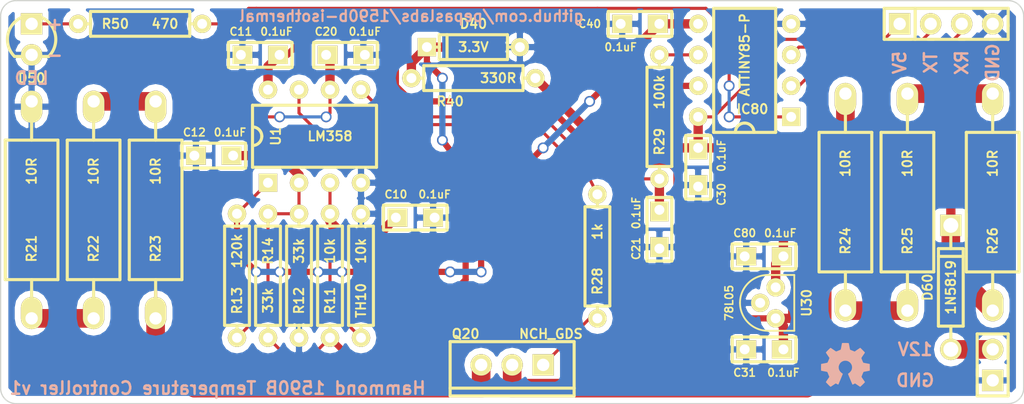
<source format=kicad_pcb>
(kicad_pcb (version 3) (host pcbnew "(22-Jun-2014 BZR 4027)-stable")

  (general
    (links 60)
    (no_connects 0)
    (area 114.6048 160.5788 200.1012 195.486866)
    (thickness 1.6)
    (drawings 19)
    (tracks 179)
    (zones 0)
    (modules 34)
    (nets 23)
  )

  (page A3)
  (layers
    (15 F.Cu signal)
    (0 B.Cu signal)
    (16 B.Adhes user)
    (17 F.Adhes user)
    (18 B.Paste user)
    (19 F.Paste user)
    (20 B.SilkS user)
    (21 F.SilkS user)
    (22 B.Mask user)
    (23 F.Mask user)
    (24 Dwgs.User user)
    (25 Cmts.User user)
    (26 Eco1.User user)
    (27 Eco2.User user)
    (28 Edge.Cuts user)
  )

  (setup
    (last_trace_width 0.254)
    (user_trace_width 0.508)
    (user_trace_width 0.762)
    (user_trace_width 1.016)
    (user_trace_width 1.27)
    (user_trace_width 1.524)
    (user_trace_width 1.778)
    (user_trace_width 2.032)
    (user_trace_width 2.286)
    (user_trace_width 2.54)
    (trace_clearance 0.254)
    (zone_clearance 0.508)
    (zone_45_only no)
    (trace_min 0.254)
    (segment_width 0.2)
    (edge_width 0.1)
    (via_size 0.889)
    (via_drill 0.635)
    (via_min_size 0.889)
    (via_min_drill 0.508)
    (uvia_size 0.508)
    (uvia_drill 0.127)
    (uvias_allowed no)
    (uvia_min_size 0.508)
    (uvia_min_drill 0.127)
    (pcb_text_width 0.3)
    (pcb_text_size 1.5 1.5)
    (mod_edge_width 0.254)
    (mod_text_size 1 1)
    (mod_text_width 0.15)
    (pad_size 1.7526 1.7526)
    (pad_drill 1.2192)
    (pad_to_mask_clearance 0)
    (aux_axis_origin 0 0)
    (visible_elements FFFFFFBF)
    (pcbplotparams
      (layerselection 284196865)
      (usegerberextensions true)
      (excludeedgelayer true)
      (linewidth 0.150000)
      (plotframeref false)
      (viasonmask false)
      (mode 1)
      (useauxorigin false)
      (hpglpennumber 1)
      (hpglpenspeed 20)
      (hpglpendiameter 15)
      (hpglpenoverlay 2)
      (psnegative false)
      (psa4output false)
      (plotreference true)
      (plotvalue true)
      (plotothertext true)
      (plotinvisibletext false)
      (padsonsilk false)
      (subtractmaskfromsilk false)
      (outputformat 1)
      (mirror false)
      (drillshape 0)
      (scaleselection 1)
      (outputdirectory gerbers))
  )

  (net 0 "")
  (net 1 12V)
  (net 2 3V3)
  (net 3 5V)
  (net 4 ADC)
  (net 5 GND)
  (net 6 LED)
  (net 7 N-000001)
  (net 8 N-0000010)
  (net 9 N-0000011)
  (net 10 N-0000012)
  (net 11 N-000002)
  (net 12 N-0000021)
  (net 13 N-0000022)
  (net 14 N-000003)
  (net 15 N-000004)
  (net 16 N-000006)
  (net 17 N-000007)
  (net 18 N-000008)
  (net 19 N-000009)
  (net 20 PWM)
  (net 21 RX)
  (net 22 TX)

  (net_class Default "This is the default net class."
    (clearance 0.254)
    (trace_width 0.254)
    (via_dia 0.889)
    (via_drill 0.635)
    (uvia_dia 0.508)
    (uvia_drill 0.127)
    (add_net "")
    (add_net 12V)
    (add_net 3V3)
    (add_net 5V)
    (add_net ADC)
    (add_net GND)
    (add_net LED)
    (add_net N-000001)
    (add_net N-0000010)
    (add_net N-0000011)
    (add_net N-0000012)
    (add_net N-000002)
    (add_net N-0000021)
    (add_net N-0000022)
    (add_net N-000003)
    (add_net N-000004)
    (add_net N-000006)
    (add_net N-000007)
    (add_net N-000008)
    (add_net N-000009)
    (add_net PWM)
    (add_net RX)
    (add_net TX)
  )

  (module TO-220_V_069A (layer F.Cu) (tedit 5A8037C8) (tstamp 5A8015B9)
    (at 160.02 191.77 180)
    (descr "TO-220, vertical, 0.04\" holes, 0.069\" pads")
    (tags "TR TO220")
    (path /5A7FF2ED)
    (fp_text reference Q20 (at 6.35 2.54 180) (layer F.SilkS)
      (effects (font (size 0.762 0.762) (thickness 0.1524)))
    )
    (fp_text value NCH_GDS (at -0.635 2.54 180) (layer F.SilkS)
      (effects (font (size 0.762 0.762) (thickness 0.1524)))
    )
    (fp_line (start -2.54 -1.905) (end -2.54 -2.54) (layer F.SilkS) (width 0.254))
    (fp_line (start -2.54 -2.54) (end 7.62 -2.54) (layer F.SilkS) (width 0.254))
    (fp_line (start 7.62 -2.54) (end 7.62 -1.905) (layer F.SilkS) (width 0.254))
    (fp_line (start -2.54 1.905) (end -2.54 -1.905) (layer F.SilkS) (width 0.254))
    (fp_line (start -2.54 -1.905) (end 7.62 -1.905) (layer F.SilkS) (width 0.254))
    (fp_line (start 7.62 -1.905) (end 7.62 1.905) (layer F.SilkS) (width 0.254))
    (fp_line (start 7.62 1.905) (end -2.54 1.905) (layer F.SilkS) (width 0.254))
    (pad 1 thru_hole rect (at 0 0 270) (size 1.7526 1.7526) (drill 1.016)
      (layers *.Cu *.Mask F.SilkS)
      (net 9 N-0000011)
    )
    (pad 2 thru_hole oval (at 2.54 0 270) (size 1.7526 1.7526) (drill 1.016)
      (layers *.Cu *.Mask F.SilkS)
      (net 18 N-000008)
    )
    (pad 3 thru_hole oval (at 5.08 0 270) (size 1.7526 1.7526) (drill 1.016)
      (layers *.Cu *.Mask F.SilkS)
      (net 10 N-0000012)
    )
  )

  (module SIL-4 (layer F.Cu) (tedit 59210092) (tstamp 5A8014FA)
    (at 191.77 163.83)
    (descr "Connecteurs 1 pin")
    (tags "CONN DEV")
    (path /5A7FFB52)
    (fp_text reference P70 (at 1.27 2.54) (layer F.SilkS) hide
      (effects (font (size 0.762 0.762) (thickness 0.1524)))
    )
    (fp_text value CONN_4X1 (at 1.27 -2.54) (layer F.SilkS) hide
      (effects (font (size 0.762 0.762) (thickness 0.1524)))
    )
    (fp_line (start -1.27 -1.27) (end -1.27 1.27) (layer F.SilkS) (width 0.254))
    (fp_line (start -3.81 -1.27) (end 6.35 -1.27) (layer F.SilkS) (width 0.254))
    (fp_line (start 6.35 -1.27) (end 6.35 1.27) (layer F.SilkS) (width 0.254))
    (fp_line (start 6.35 1.27) (end -3.81 1.27) (layer F.SilkS) (width 0.254))
    (fp_line (start -3.81 1.27) (end -3.81 -1.27) (layer F.SilkS) (width 0.254))
    (pad 1 thru_hole rect (at -2.54 0) (size 1.7526 1.7526) (drill 1.016)
      (layers *.Cu *.Mask F.SilkS)
      (net 3 5V)
    )
    (pad 2 thru_hole circle (at 0 0) (size 1.7526 1.7526) (drill 1.016)
      (layers *.Cu *.Mask F.SilkS)
      (net 22 TX)
    )
    (pad 3 thru_hole circle (at 2.54 0) (size 1.7526 1.7526) (drill 1.016)
      (layers *.Cu *.Mask F.SilkS)
      (net 21 RX)
    )
    (pad 4 thru_hole circle (at 5.08 0) (size 1.7526 1.7526) (drill 1.016)
      (layers *.Cu *.Mask F.SilkS)
      (net 5 GND)
    )
  )

  (module TO-92_U_059A_PL (layer F.Cu) (tedit 5A802D67) (tstamp 5A8014EC)
    (at 179.07 187.96 270)
    (descr "TO-92 Integrated Circuit")
    (tags DEV)
    (path /5A800BDB)
    (fp_text reference U30 (at -1.27 -2.54 270) (layer F.SilkS)
      (effects (font (size 0.762 0.762) (thickness 0.1524)))
    )
    (fp_text value 78L05 (at -1.27 3.81 270) (layer F.SilkS)
      (effects (font (size 0.635 0.635) (thickness 0.127)))
    )
    (fp_line (start 1.016 0.635) (end 1.016 -1.524) (layer F.SilkS) (width 0.15))
    (fp_line (start 1.016 -1.524) (end -3.556 -1.524) (layer F.SilkS) (width 0.15))
    (fp_line (start -3.556 -1.524) (end -3.556 0.635) (layer F.SilkS) (width 0.15))
    (fp_arc (start -1.27 0.635) (end -1.27 2.921) (angle 90) (layer F.SilkS) (width 0.15))
    (fp_arc (start -1.27 0.635) (end 1.016 0.635) (angle 90) (layer F.SilkS) (width 0.15))
    (pad 1 thru_hole oval (at 0 0 270) (size 1.4986 1.4986) (drill 0.8128)
      (layers *.Cu *.Mask F.SilkS)
      (net 1 12V)
    )
    (pad 2 thru_hole oval (at -1.27 1.27 270) (size 1.4986 1.4986) (drill 0.8128)
      (layers *.Cu *.Mask F.SilkS)
      (net 5 GND)
    )
    (pad 3 thru_hole oval (at -2.54 0 270) (size 1.4986 1.4986) (drill 0.8128)
      (layers *.Cu *.Mask F.SilkS)
      (net 3 5V)
    )
    (model to-xxx-packages/to92.wrl
      (at (xyz 0 0 0))
      (scale (xyz 1 1 1))
      (rotate (xyz 0 0 0))
    )
  )

  (module SIL-2 (layer F.Cu) (tedit 5920FFF1) (tstamp 5A8014CF)
    (at 196.85 193.04 90)
    (descr "Connecteurs 1 pin")
    (tags "CONN DEV")
    (path /5A6D936F)
    (fp_text reference P60 (at 1.27 2.54 90) (layer F.SilkS) hide
      (effects (font (size 0.762 0.762) (thickness 0.1524)))
    )
    (fp_text value CONN_2X1 (at 1.27 -2.54 90) (layer F.SilkS) hide
      (effects (font (size 0.762 0.762) (thickness 0.1524)))
    )
    (fp_line (start -1.27 -1.27) (end 3.81 -1.27) (layer F.SilkS) (width 0.254))
    (fp_line (start 3.81 -1.27) (end 3.81 1.27) (layer F.SilkS) (width 0.254))
    (fp_line (start 3.81 1.27) (end -1.27 1.27) (layer F.SilkS) (width 0.254))
    (fp_line (start -1.27 1.27) (end -1.27 -1.27) (layer F.SilkS) (width 0.254))
    (pad 1 thru_hole rect (at 0 0 90) (size 1.7526 1.7526) (drill 1.016)
      (layers *.Cu *.Mask F.SilkS)
      (net 5 GND)
    )
    (pad 2 thru_hole circle (at 2.54 0 90) (size 1.7526 1.7526) (drill 1.016)
      (layers *.Cu *.Mask F.SilkS)
      (net 7 N-000001)
    )
  )

  (module LED_3MM_069A (layer F.Cu) (tedit 5A802E0A) (tstamp 5A8014C4)
    (at 118.11 163.83 270)
    (descr "3MM LED")
    (tags "LED DEV")
    (path /5A7FFF4C)
    (fp_text reference D50 (at 4.445 0 360) (layer F.SilkS)
      (effects (font (size 0.762 0.762) (thickness 0.1524)))
    )
    (fp_text value LED (at 1.27 2.794 270) (layer F.SilkS) hide
      (effects (font (size 0.762 0.762) (thickness 0.1524)))
    )
    (fp_line (start 2.67 -1.4) (end 2.67 1.4) (layer F.SilkS) (width 0.254))
    (fp_arc (start 1.27 0) (end 2.67 1.4) (angle 90) (layer F.SilkS) (width 0.254))
    (fp_arc (start 1.27 0) (end -0.13 1.4) (angle 90) (layer F.SilkS) (width 0.254))
    (fp_arc (start 1.27 0) (end -0.13 -1.4) (angle 90) (layer F.SilkS) (width 0.254))
    (pad 1 thru_hole rect (at 0 0 270) (size 1.7526 1.7526) (drill 1.016)
      (layers *.Cu *.Mask F.SilkS)
      (net 11 N-000002)
    )
    (pad 2 thru_hole oval (at 2.54 0 270) (size 1.7526 1.7526) (drill 1.016)
      (layers *.Cu *.Mask F.SilkS)
      (net 5 GND)
    )
    (model discret/led5_vertical.wrl
      (at (xyz 0 0 0))
      (scale (xyz 1 1 1))
      (rotate (xyz 0 0 0))
    )
  )

  (module DIP8_059A_PL (layer F.Cu) (tedit 53A23991) (tstamp 5A80164F)
    (at 137.4775 176.8475)
    (descr "8-lead DIP package")
    (tags DIP)
    (path /5A7FE69E)
    (fp_text reference U1 (at 0.635 -3.81 90) (layer F.SilkS)
      (effects (font (size 0.762 0.762) (thickness 0.1524)))
    )
    (fp_text value LM358 (at 5.08 -3.81) (layer F.SilkS)
      (effects (font (size 0.762 0.762) (thickness 0.1524)))
    )
    (fp_arc (start -1.27 -3.81) (end -1.27 -4.572) (angle 90) (layer F.SilkS) (width 0.254))
    (fp_arc (start -1.27 -3.81) (end -0.508 -3.81) (angle 90) (layer F.SilkS) (width 0.254))
    (fp_line (start -1.27 -6.35) (end 8.89 -6.35) (layer F.SilkS) (width 0.254))
    (fp_line (start 8.89 -6.35) (end 8.89 -1.27) (layer F.SilkS) (width 0.254))
    (fp_line (start 8.89 -1.27) (end -1.27 -1.27) (layer F.SilkS) (width 0.254))
    (fp_line (start -1.27 -1.27) (end -1.27 -6.35) (layer F.SilkS) (width 0.254))
    (pad 1 thru_hole rect (at 0 0) (size 1.4986 1.4986) (drill 0.8128)
      (layers *.Cu *.Mask F.SilkS)
      (net 4 ADC)
    )
    (pad 2 thru_hole oval (at 2.54 0) (size 1.4986 1.4986) (drill 0.8128)
      (layers *.Cu *.Mask F.SilkS)
      (net 13 N-0000022)
    )
    (pad 3 thru_hole oval (at 5.08 0) (size 1.4986 1.4986) (drill 0.8128)
      (layers *.Cu *.Mask F.SilkS)
      (net 12 N-0000021)
    )
    (pad 4 thru_hole oval (at 7.62 0) (size 1.4986 1.4986) (drill 0.8128)
      (layers *.Cu *.Mask F.SilkS)
      (net 5 GND)
    )
    (pad 5 thru_hole oval (at 7.62 -7.62) (size 1.4986 1.4986) (drill 0.8128)
      (layers *.Cu *.Mask F.SilkS)
      (net 19 N-000009)
    )
    (pad 6 thru_hole oval (at 5.08 -7.62) (size 1.4986 1.4986) (drill 0.8128)
      (layers *.Cu *.Mask F.SilkS)
      (net 10 N-0000012)
    )
    (pad 8 thru_hole oval (at 0 -7.62) (size 1.4986 1.4986) (drill 0.8128)
      (layers *.Cu *.Mask F.SilkS)
      (net 1 12V)
    )
    (pad 7 thru_hole oval (at 2.54 -7.62) (size 1.4986 1.4986) (drill 0.8128)
      (layers *.Cu *.Mask F.SilkS)
      (net 8 N-0000010)
    )
    (model dil/dil_8.wrl
      (at (xyz 0 0 0))
      (scale (xyz 1 1 1))
      (rotate (xyz 0 0 0))
    )
  )

  (module DIP8_059A_PL (layer F.Cu) (tedit 5A802DD6) (tstamp 5A80163C)
    (at 180.34 171.45 90)
    (descr "8-lead DIP package")
    (tags DIP)
    (path /5A7FEC7F)
    (fp_text reference IC80 (at 0.635 -3.175 180) (layer F.SilkS)
      (effects (font (size 0.762 0.762) (thickness 0.1524)))
    )
    (fp_text value ATTINY85-P (at 5.08 -3.81 90) (layer F.SilkS)
      (effects (font (size 0.762 0.762) (thickness 0.1524)))
    )
    (fp_arc (start -1.27 -3.81) (end -1.27 -4.572) (angle 90) (layer F.SilkS) (width 0.254))
    (fp_arc (start -1.27 -3.81) (end -0.508 -3.81) (angle 90) (layer F.SilkS) (width 0.254))
    (fp_line (start -1.27 -6.35) (end 8.89 -6.35) (layer F.SilkS) (width 0.254))
    (fp_line (start 8.89 -6.35) (end 8.89 -1.27) (layer F.SilkS) (width 0.254))
    (fp_line (start 8.89 -1.27) (end -1.27 -1.27) (layer F.SilkS) (width 0.254))
    (fp_line (start -1.27 -1.27) (end -1.27 -6.35) (layer F.SilkS) (width 0.254))
    (pad 1 thru_hole rect (at 0 0 90) (size 1.4986 1.4986) (drill 0.8128)
      (layers *.Cu *.Mask F.SilkS)
      (net 6 LED)
    )
    (pad 2 thru_hole oval (at 2.54 0 90) (size 1.4986 1.4986) (drill 0.8128)
      (layers *.Cu *.Mask F.SilkS)
      (net 21 RX)
    )
    (pad 3 thru_hole oval (at 5.08 0 90) (size 1.4986 1.4986) (drill 0.8128)
      (layers *.Cu *.Mask F.SilkS)
      (net 22 TX)
    )
    (pad 4 thru_hole oval (at 7.62 0 90) (size 1.4986 1.4986) (drill 0.8128)
      (layers *.Cu *.Mask F.SilkS)
      (net 5 GND)
    )
    (pad 5 thru_hole oval (at 7.62 -7.62 90) (size 1.4986 1.4986) (drill 0.8128)
      (layers *.Cu *.Mask F.SilkS)
      (net 2 3V3)
    )
    (pad 6 thru_hole oval (at 5.08 -7.62 90) (size 1.4986 1.4986) (drill 0.8128)
      (layers *.Cu *.Mask F.SilkS)
      (net 20 PWM)
    )
    (pad 8 thru_hole oval (at 0 -7.62 90) (size 1.4986 1.4986) (drill 0.8128)
      (layers *.Cu *.Mask F.SilkS)
      (net 3 5V)
    )
    (pad 7 thru_hole oval (at 2.54 -7.62 90) (size 1.4986 1.4986) (drill 0.8128)
      (layers *.Cu *.Mask F.SilkS)
      (net 4 ADC)
    )
    (model dil/dil_8.wrl
      (at (xyz 0 0 0))
      (scale (xyz 1 1 1))
      (rotate (xyz 0 0 0))
    )
  )

  (module DIODE_SS_059A_03_PL (layer F.Cu) (tedit 5A802DB6) (tstamp 5A8014DF)
    (at 154.305 165.735 180)
    (descr "Small-signal diode, 0.3\"")
    (tags "DIODE DEV")
    (path /5A7FE6F1)
    (fp_text reference D40 (at 0 1.905 180) (layer F.SilkS)
      (effects (font (size 0.762 0.762) (thickness 0.1524)))
    )
    (fp_text value 3.3V (at 0 0 180) (layer F.SilkS)
      (effects (font (size 0.762 0.762) (thickness 0.1524)))
    )
    (fp_line (start -2.794 0) (end -3.81 0) (layer F.SilkS) (width 0.254))
    (fp_line (start 2.794 0) (end 3.81 0) (layer F.SilkS) (width 0.254))
    (fp_line (start -2.794 1.016) (end 2.794 1.016) (layer F.SilkS) (width 0.254))
    (fp_line (start 2.794 -1.016) (end -2.794 -1.016) (layer F.SilkS) (width 0.254))
    (fp_line (start 2.159 -1.016) (end 2.159 1.016) (layer F.SilkS) (width 0.254))
    (fp_line (start 2.794 0) (end 2.794 -1.016) (layer F.SilkS) (width 0.254))
    (fp_line (start -2.794 -1.016) (end -2.794 0) (layer F.SilkS) (width 0.254))
    (fp_line (start -2.794 0) (end -2.794 1.016) (layer F.SilkS) (width 0.254))
    (fp_line (start 2.794 1.016) (end 2.794 0) (layer F.SilkS) (width 0.254))
    (pad 2 thru_hole rect (at 3.81 0 180) (size 1.4986 1.4986) (drill 0.8128)
      (layers *.Cu *.Mask F.SilkS)
      (net 2 3V3)
    )
    (pad 1 thru_hole oval (at -3.81 0 180) (size 1.4986 1.4986) (drill 0.8128)
      (layers *.Cu *.Mask F.SilkS)
      (net 5 GND)
    )
    (model discret/diode.wrl
      (at (xyz 0 0 0))
      (scale (xyz 0.3 0.3 0.3))
      (rotate (xyz 0 0 0))
    )
  )

  (module CERCAP_15_059B_0805 (layer F.Cu) (tedit 5A802CC2) (tstamp 5A8014B9)
    (at 147.955 179.705)
    (descr "Capacitor, 0.2\" pin spacing")
    (tags C)
    (path /5A6AB275)
    (fp_text reference C10 (at 0 -1.905) (layer F.SilkS)
      (effects (font (size 0.635 0.635) (thickness 0.127)))
    )
    (fp_text value 0.1uF (at 3.175 -1.905) (layer F.SilkS)
      (effects (font (size 0.635 0.635) (thickness 0.127)))
    )
    (fp_line (start -1.016 1.016) (end 4.191 1.016) (layer F.SilkS) (width 0.254))
    (fp_line (start -1.016 -1.016) (end 4.191 -1.016) (layer F.SilkS) (width 0.254))
    (fp_line (start 4.191 -1.016) (end 4.191 1.016) (layer F.SilkS) (width 0.254))
    (fp_line (start -1.016 1.016) (end -1.016 -1.016) (layer F.SilkS) (width 0.254))
    (pad 1 thru_hole rect (at 0 0) (size 1.6256 1.4986) (drill 0.8128 (offset 0.127 0))
      (layers *.Cu *.Mask F.SilkS)
      (net 12 N-0000021)
    )
    (pad 2 thru_hole rect (at 3.175 0) (size 1.6256 1.4986) (drill 0.8128 (offset -0.127 0))
      (layers *.Cu *.Mask F.SilkS)
      (net 5 GND)
    )
    (model discret/capa_2pas_5x5mm.wrl
      (at (xyz 0 0 0))
      (scale (xyz 1 1 1))
      (rotate (xyz 0 0 0))
    )
  )

  (module CERCAP_15_059B_0805 (layer F.Cu) (tedit 5A802CF8) (tstamp 5A8014A3)
    (at 169.545 163.83 180)
    (descr "Capacitor, 0.2\" pin spacing")
    (tags C)
    (path /5A6ABA4B)
    (fp_text reference C40 (at 5.715 0 180) (layer F.SilkS)
      (effects (font (size 0.635 0.635) (thickness 0.127)))
    )
    (fp_text value 0.1uF (at 3.175 -1.905 180) (layer F.SilkS)
      (effects (font (size 0.635 0.635) (thickness 0.127)))
    )
    (fp_line (start -1.016 1.016) (end 4.191 1.016) (layer F.SilkS) (width 0.254))
    (fp_line (start -1.016 -1.016) (end 4.191 -1.016) (layer F.SilkS) (width 0.254))
    (fp_line (start 4.191 -1.016) (end 4.191 1.016) (layer F.SilkS) (width 0.254))
    (fp_line (start -1.016 1.016) (end -1.016 -1.016) (layer F.SilkS) (width 0.254))
    (pad 1 thru_hole rect (at 0 0 180) (size 1.6256 1.4986) (drill 0.8128 (offset 0.127 0))
      (layers *.Cu *.Mask F.SilkS)
      (net 2 3V3)
    )
    (pad 2 thru_hole rect (at 3.175 0 180) (size 1.6256 1.4986) (drill 0.8128 (offset -0.127 0))
      (layers *.Cu *.Mask F.SilkS)
      (net 5 GND)
    )
    (model discret/capa_2pas_5x5mm.wrl
      (at (xyz 0 0 0))
      (scale (xyz 1 1 1))
      (rotate (xyz 0 0 0))
    )
  )

  (module CERCAP_15_059B_0805 (layer F.Cu) (tedit 5A802D23) (tstamp 5A801498)
    (at 179.705 182.88 180)
    (descr "Capacitor, 0.2\" pin spacing")
    (tags C)
    (path /5A7FF758)
    (fp_text reference C80 (at 3.175 1.905 180) (layer F.SilkS)
      (effects (font (size 0.635 0.635) (thickness 0.127)))
    )
    (fp_text value 0.1uF (at 0.254 1.905 180) (layer F.SilkS)
      (effects (font (size 0.635 0.635) (thickness 0.127)))
    )
    (fp_line (start -1.016 1.016) (end 4.191 1.016) (layer F.SilkS) (width 0.254))
    (fp_line (start -1.016 -1.016) (end 4.191 -1.016) (layer F.SilkS) (width 0.254))
    (fp_line (start 4.191 -1.016) (end 4.191 1.016) (layer F.SilkS) (width 0.254))
    (fp_line (start -1.016 1.016) (end -1.016 -1.016) (layer F.SilkS) (width 0.254))
    (pad 1 thru_hole rect (at 0 0 180) (size 1.6256 1.4986) (drill 0.8128 (offset 0.127 0))
      (layers *.Cu *.Mask F.SilkS)
      (net 3 5V)
    )
    (pad 2 thru_hole rect (at 3.175 0 180) (size 1.6256 1.4986) (drill 0.8128 (offset -0.127 0))
      (layers *.Cu *.Mask F.SilkS)
      (net 5 GND)
    )
    (model discret/capa_2pas_5x5mm.wrl
      (at (xyz 0 0 0))
      (scale (xyz 1 1 1))
      (rotate (xyz 0 0 0))
    )
  )

  (module CERCAP_15_059B_0805 (layer F.Cu) (tedit 5A802D1B) (tstamp 5A80148D)
    (at 172.72 173.99 270)
    (descr "Capacitor, 0.2\" pin spacing")
    (tags C)
    (path /5A7FF3EA)
    (fp_text reference C30 (at 3.81 -1.905 270) (layer F.SilkS)
      (effects (font (size 0.635 0.635) (thickness 0.127)))
    )
    (fp_text value 0.1uF (at 0.635 -1.905 270) (layer F.SilkS)
      (effects (font (size 0.635 0.635) (thickness 0.127)))
    )
    (fp_line (start -1.016 1.016) (end 4.191 1.016) (layer F.SilkS) (width 0.254))
    (fp_line (start -1.016 -1.016) (end 4.191 -1.016) (layer F.SilkS) (width 0.254))
    (fp_line (start 4.191 -1.016) (end 4.191 1.016) (layer F.SilkS) (width 0.254))
    (fp_line (start -1.016 1.016) (end -1.016 -1.016) (layer F.SilkS) (width 0.254))
    (pad 1 thru_hole rect (at 0 0 270) (size 1.6256 1.4986) (drill 0.8128 (offset 0.127 0))
      (layers *.Cu *.Mask F.SilkS)
      (net 3 5V)
    )
    (pad 2 thru_hole rect (at 3.175 0 270) (size 1.6256 1.4986) (drill 0.8128 (offset -0.127 0))
      (layers *.Cu *.Mask F.SilkS)
      (net 5 GND)
    )
    (model discret/capa_2pas_5x5mm.wrl
      (at (xyz 0 0 0))
      (scale (xyz 1 1 1))
      (rotate (xyz 0 0 0))
    )
  )

  (module CERCAP_15_059B_0805 (layer F.Cu) (tedit 5A802D53) (tstamp 5A801482)
    (at 179.705 190.5 180)
    (descr "Capacitor, 0.2\" pin spacing")
    (tags C)
    (path /5A7FF3E4)
    (fp_text reference C31 (at 3.175 -1.905 180) (layer F.SilkS)
      (effects (font (size 0.635 0.635) (thickness 0.127)))
    )
    (fp_text value 0.1uF (at 0 -1.905 180) (layer F.SilkS)
      (effects (font (size 0.635 0.635) (thickness 0.127)))
    )
    (fp_line (start -1.016 1.016) (end 4.191 1.016) (layer F.SilkS) (width 0.254))
    (fp_line (start -1.016 -1.016) (end 4.191 -1.016) (layer F.SilkS) (width 0.254))
    (fp_line (start 4.191 -1.016) (end 4.191 1.016) (layer F.SilkS) (width 0.254))
    (fp_line (start -1.016 1.016) (end -1.016 -1.016) (layer F.SilkS) (width 0.254))
    (pad 1 thru_hole rect (at 0 0 180) (size 1.6256 1.4986) (drill 0.8128 (offset 0.127 0))
      (layers *.Cu *.Mask F.SilkS)
      (net 1 12V)
    )
    (pad 2 thru_hole rect (at 3.175 0 180) (size 1.6256 1.4986) (drill 0.8128 (offset -0.127 0))
      (layers *.Cu *.Mask F.SilkS)
      (net 5 GND)
    )
    (model discret/capa_2pas_5x5mm.wrl
      (at (xyz 0 0 0))
      (scale (xyz 1 1 1))
      (rotate (xyz 0 0 0))
    )
  )

  (module CERCAP_15_059B_0805 (layer F.Cu) (tedit 5A802C9B) (tstamp 5A801477)
    (at 138.43 166.37 180)
    (descr "Capacitor, 0.2\" pin spacing")
    (tags C)
    (path /5A6AB196)
    (fp_text reference C11 (at 3.175 1.905 180) (layer F.SilkS)
      (effects (font (size 0.635 0.635) (thickness 0.127)))
    )
    (fp_text value 0.1uF (at 0.254 1.905 180) (layer F.SilkS)
      (effects (font (size 0.635 0.635) (thickness 0.127)))
    )
    (fp_line (start -1.016 1.016) (end 4.191 1.016) (layer F.SilkS) (width 0.254))
    (fp_line (start -1.016 -1.016) (end 4.191 -1.016) (layer F.SilkS) (width 0.254))
    (fp_line (start 4.191 -1.016) (end 4.191 1.016) (layer F.SilkS) (width 0.254))
    (fp_line (start -1.016 1.016) (end -1.016 -1.016) (layer F.SilkS) (width 0.254))
    (pad 1 thru_hole rect (at 0 0 180) (size 1.6256 1.4986) (drill 0.8128 (offset 0.127 0))
      (layers *.Cu *.Mask F.SilkS)
      (net 1 12V)
    )
    (pad 2 thru_hole rect (at 3.175 0 180) (size 1.6256 1.4986) (drill 0.8128 (offset -0.127 0))
      (layers *.Cu *.Mask F.SilkS)
      (net 5 GND)
    )
    (model discret/capa_2pas_5x5mm.wrl
      (at (xyz 0 0 0))
      (scale (xyz 1 1 1))
      (rotate (xyz 0 0 0))
    )
  )

  (module CERCAP_15_059B_0805 (layer F.Cu) (tedit 5A802CB4) (tstamp 5A80146C)
    (at 134.62 174.625 180)
    (descr "Capacitor, 0.2\" pin spacing")
    (tags C)
    (path /5A6AB438)
    (fp_text reference C12 (at 3.175 1.905 180) (layer F.SilkS)
      (effects (font (size 0.635 0.635) (thickness 0.127)))
    )
    (fp_text value 0.1uF (at 0.254 1.905 180) (layer F.SilkS)
      (effects (font (size 0.635 0.635) (thickness 0.127)))
    )
    (fp_line (start -1.016 1.016) (end 4.191 1.016) (layer F.SilkS) (width 0.254))
    (fp_line (start -1.016 -1.016) (end 4.191 -1.016) (layer F.SilkS) (width 0.254))
    (fp_line (start 4.191 -1.016) (end 4.191 1.016) (layer F.SilkS) (width 0.254))
    (fp_line (start -1.016 1.016) (end -1.016 -1.016) (layer F.SilkS) (width 0.254))
    (pad 1 thru_hole rect (at 0 0 180) (size 1.6256 1.4986) (drill 0.8128 (offset 0.127 0))
      (layers *.Cu *.Mask F.SilkS)
      (net 13 N-0000022)
    )
    (pad 2 thru_hole rect (at 3.175 0 180) (size 1.6256 1.4986) (drill 0.8128 (offset -0.127 0))
      (layers *.Cu *.Mask F.SilkS)
      (net 5 GND)
    )
    (model discret/capa_2pas_5x5mm.wrl
      (at (xyz 0 0 0))
      (scale (xyz 1 1 1))
      (rotate (xyz 0 0 0))
    )
  )

  (module CERCAP_15_059B_0805 (layer F.Cu) (tedit 5A802CD0) (tstamp 5A801461)
    (at 169.545 179.07 270)
    (descr "Capacitor, 0.2\" pin spacing")
    (tags C)
    (path /5A6AB544)
    (fp_text reference C21 (at 3.175 1.905 270) (layer F.SilkS)
      (effects (font (size 0.635 0.635) (thickness 0.127)))
    )
    (fp_text value 0.1uF (at 0.254 1.905 270) (layer F.SilkS)
      (effects (font (size 0.635 0.635) (thickness 0.127)))
    )
    (fp_line (start -1.016 1.016) (end 4.191 1.016) (layer F.SilkS) (width 0.254))
    (fp_line (start -1.016 -1.016) (end 4.191 -1.016) (layer F.SilkS) (width 0.254))
    (fp_line (start 4.191 -1.016) (end 4.191 1.016) (layer F.SilkS) (width 0.254))
    (fp_line (start -1.016 1.016) (end -1.016 -1.016) (layer F.SilkS) (width 0.254))
    (pad 1 thru_hole rect (at 0 0 270) (size 1.6256 1.4986) (drill 0.8128 (offset 0.127 0))
      (layers *.Cu *.Mask F.SilkS)
      (net 19 N-000009)
    )
    (pad 2 thru_hole rect (at 3.175 0 270) (size 1.6256 1.4986) (drill 0.8128 (offset -0.127 0))
      (layers *.Cu *.Mask F.SilkS)
      (net 5 GND)
    )
    (model discret/capa_2pas_5x5mm.wrl
      (at (xyz 0 0 0))
      (scale (xyz 1 1 1))
      (rotate (xyz 0 0 0))
    )
  )

  (module CERCAP_15_059B_0805 (layer F.Cu) (tedit 5A802CA9) (tstamp 5A801456)
    (at 142.24 166.37)
    (descr "Capacitor, 0.2\" pin spacing")
    (tags C)
    (path /5A6ABCEC)
    (fp_text reference C20 (at 0 -1.905) (layer F.SilkS)
      (effects (font (size 0.635 0.635) (thickness 0.127)))
    )
    (fp_text value 0.1uF (at 3.175 -1.905) (layer F.SilkS)
      (effects (font (size 0.635 0.635) (thickness 0.127)))
    )
    (fp_line (start -1.016 1.016) (end 4.191 1.016) (layer F.SilkS) (width 0.254))
    (fp_line (start -1.016 -1.016) (end 4.191 -1.016) (layer F.SilkS) (width 0.254))
    (fp_line (start 4.191 -1.016) (end 4.191 1.016) (layer F.SilkS) (width 0.254))
    (fp_line (start -1.016 1.016) (end -1.016 -1.016) (layer F.SilkS) (width 0.254))
    (pad 1 thru_hole rect (at 0 0) (size 1.6256 1.4986) (drill 0.8128 (offset 0.127 0))
      (layers *.Cu *.Mask F.SilkS)
      (net 10 N-0000012)
    )
    (pad 2 thru_hole rect (at 3.175 0) (size 1.6256 1.4986) (drill 0.8128 (offset -0.127 0))
      (layers *.Cu *.Mask F.SilkS)
      (net 5 GND)
    )
    (model discret/capa_2pas_5x5mm.wrl
      (at (xyz 0 0 0))
      (scale (xyz 1 1 1))
      (rotate (xyz 0 0 0))
    )
  )

  (module R_AXIAL_0W25_059A_PL (layer F.Cu) (tedit 53A245D9) (tstamp 5A801B1E)
    (at 164.465 187.96 90)
    (descr "Resistor Axial 1/4W 0.4\"")
    (tags R)
    (path /5A6AB611)
    (autoplace_cost180 10)
    (fp_text reference R28 (at 3.048 0 90) (layer F.SilkS)
      (effects (font (size 0.762 0.762) (thickness 0.1524)))
    )
    (fp_text value 1k (at 7.112 0 90) (layer F.SilkS)
      (effects (font (size 0.762 0.762) (thickness 0.1524)))
    )
    (fp_line (start 0 0) (end 1.016 0) (layer F.SilkS) (width 0.254))
    (fp_line (start 1.016 0) (end 1.016 -1.016) (layer F.SilkS) (width 0.254))
    (fp_line (start 1.016 -1.016) (end 9.144 -1.016) (layer F.SilkS) (width 0.254))
    (fp_line (start 9.144 -1.016) (end 9.144 1.016) (layer F.SilkS) (width 0.254))
    (fp_line (start 9.144 1.016) (end 1.016 1.016) (layer F.SilkS) (width 0.254))
    (fp_line (start 1.016 1.016) (end 1.016 0) (layer F.SilkS) (width 0.254))
    (fp_line (start 10.16 0) (end 9.144 0) (layer F.SilkS) (width 0.254))
    (pad 1 thru_hole oval (at 0 0 90) (size 1.4986 1.4986) (drill 0.8128)
      (layers *.Cu *.Mask F.SilkS)
      (net 9 N-0000011)
    )
    (pad 2 thru_hole oval (at 10.16 0 90) (size 1.4986 1.4986) (drill 0.8128)
      (layers *.Cu *.Mask F.SilkS)
      (net 8 N-0000010)
    )
    (model discret/resistor.wrl
      (at (xyz 0 0 0))
      (scale (xyz 0.4 0.4 0.4))
      (rotate (xyz 0 0 0))
    )
  )

  (module R_AXIAL_0W25_059A_PL (layer F.Cu) (tedit 53A245D9) (tstamp 5A801B39)
    (at 169.545 176.53 90)
    (descr "Resistor Axial 1/4W 0.4\"")
    (tags R)
    (path /5A6AB53E)
    (autoplace_cost180 10)
    (fp_text reference R29 (at 3.048 0 90) (layer F.SilkS)
      (effects (font (size 0.762 0.762) (thickness 0.1524)))
    )
    (fp_text value 100k (at 7.112 0 90) (layer F.SilkS)
      (effects (font (size 0.762 0.762) (thickness 0.1524)))
    )
    (fp_line (start 0 0) (end 1.016 0) (layer F.SilkS) (width 0.254))
    (fp_line (start 1.016 0) (end 1.016 -1.016) (layer F.SilkS) (width 0.254))
    (fp_line (start 1.016 -1.016) (end 9.144 -1.016) (layer F.SilkS) (width 0.254))
    (fp_line (start 9.144 -1.016) (end 9.144 1.016) (layer F.SilkS) (width 0.254))
    (fp_line (start 9.144 1.016) (end 1.016 1.016) (layer F.SilkS) (width 0.254))
    (fp_line (start 1.016 1.016) (end 1.016 0) (layer F.SilkS) (width 0.254))
    (fp_line (start 10.16 0) (end 9.144 0) (layer F.SilkS) (width 0.254))
    (pad 1 thru_hole oval (at 0 0 90) (size 1.4986 1.4986) (drill 0.8128)
      (layers *.Cu *.Mask F.SilkS)
      (net 19 N-000009)
    )
    (pad 2 thru_hole oval (at 10.16 0 90) (size 1.4986 1.4986) (drill 0.8128)
      (layers *.Cu *.Mask F.SilkS)
      (net 20 PWM)
    )
    (model discret/resistor.wrl
      (at (xyz 0 0 0))
      (scale (xyz 0.4 0.4 0.4))
      (rotate (xyz 0 0 0))
    )
  )

  (module R_AXIAL_0W25_059A_PL (layer F.Cu) (tedit 53A245D9) (tstamp 5A801B54)
    (at 145.0975 189.5475 90)
    (descr "Resistor Axial 1/4W 0.4\"")
    (tags R)
    (path /5A6D8229)
    (autoplace_cost180 10)
    (fp_text reference TH10 (at 3.048 0 90) (layer F.SilkS)
      (effects (font (size 0.762 0.762) (thickness 0.1524)))
    )
    (fp_text value 10k (at 7.112 0 90) (layer F.SilkS)
      (effects (font (size 0.762 0.762) (thickness 0.1524)))
    )
    (fp_line (start 0 0) (end 1.016 0) (layer F.SilkS) (width 0.254))
    (fp_line (start 1.016 0) (end 1.016 -1.016) (layer F.SilkS) (width 0.254))
    (fp_line (start 1.016 -1.016) (end 9.144 -1.016) (layer F.SilkS) (width 0.254))
    (fp_line (start 9.144 -1.016) (end 9.144 1.016) (layer F.SilkS) (width 0.254))
    (fp_line (start 9.144 1.016) (end 1.016 1.016) (layer F.SilkS) (width 0.254))
    (fp_line (start 1.016 1.016) (end 1.016 0) (layer F.SilkS) (width 0.254))
    (fp_line (start 10.16 0) (end 9.144 0) (layer F.SilkS) (width 0.254))
    (pad 1 thru_hole oval (at 0 0 90) (size 1.4986 1.4986) (drill 0.8128)
      (layers *.Cu *.Mask F.SilkS)
      (net 12 N-0000021)
    )
    (pad 2 thru_hole oval (at 10.16 0 90) (size 1.4986 1.4986) (drill 0.8128)
      (layers *.Cu *.Mask F.SilkS)
      (net 5 GND)
    )
    (model discret/resistor.wrl
      (at (xyz 0 0 0))
      (scale (xyz 0.4 0.4 0.4))
      (rotate (xyz 0 0 0))
    )
  )

  (module R_AXIAL_0W25_059A_PL (layer F.Cu) (tedit 53A245D9) (tstamp 5A801B6F)
    (at 142.5575 189.5475 90)
    (descr "Resistor Axial 1/4W 0.4\"")
    (tags R)
    (path /5A6D8240)
    (autoplace_cost180 10)
    (fp_text reference R11 (at 3.048 0 90) (layer F.SilkS)
      (effects (font (size 0.762 0.762) (thickness 0.1524)))
    )
    (fp_text value 10k (at 7.112 0 90) (layer F.SilkS)
      (effects (font (size 0.762 0.762) (thickness 0.1524)))
    )
    (fp_line (start 0 0) (end 1.016 0) (layer F.SilkS) (width 0.254))
    (fp_line (start 1.016 0) (end 1.016 -1.016) (layer F.SilkS) (width 0.254))
    (fp_line (start 1.016 -1.016) (end 9.144 -1.016) (layer F.SilkS) (width 0.254))
    (fp_line (start 9.144 -1.016) (end 9.144 1.016) (layer F.SilkS) (width 0.254))
    (fp_line (start 9.144 1.016) (end 1.016 1.016) (layer F.SilkS) (width 0.254))
    (fp_line (start 1.016 1.016) (end 1.016 0) (layer F.SilkS) (width 0.254))
    (fp_line (start 10.16 0) (end 9.144 0) (layer F.SilkS) (width 0.254))
    (pad 1 thru_hole oval (at 0 0 90) (size 1.4986 1.4986) (drill 0.8128)
      (layers *.Cu *.Mask F.SilkS)
      (net 2 3V3)
    )
    (pad 2 thru_hole oval (at 10.16 0 90) (size 1.4986 1.4986) (drill 0.8128)
      (layers *.Cu *.Mask F.SilkS)
      (net 12 N-0000021)
    )
    (model discret/resistor.wrl
      (at (xyz 0 0 0))
      (scale (xyz 0.4 0.4 0.4))
      (rotate (xyz 0 0 0))
    )
  )

  (module R_AXIAL_0W25_059A_PL (layer F.Cu) (tedit 53A245D9) (tstamp 5A801B8A)
    (at 140.0175 189.5475 90)
    (descr "Resistor Axial 1/4W 0.4\"")
    (tags R)
    (path /5A6AB323)
    (autoplace_cost180 10)
    (fp_text reference R12 (at 3.048 0 90) (layer F.SilkS)
      (effects (font (size 0.762 0.762) (thickness 0.1524)))
    )
    (fp_text value 33k (at 7.112 0 90) (layer F.SilkS)
      (effects (font (size 0.762 0.762) (thickness 0.1524)))
    )
    (fp_line (start 0 0) (end 1.016 0) (layer F.SilkS) (width 0.254))
    (fp_line (start 1.016 0) (end 1.016 -1.016) (layer F.SilkS) (width 0.254))
    (fp_line (start 1.016 -1.016) (end 9.144 -1.016) (layer F.SilkS) (width 0.254))
    (fp_line (start 9.144 -1.016) (end 9.144 1.016) (layer F.SilkS) (width 0.254))
    (fp_line (start 9.144 1.016) (end 1.016 1.016) (layer F.SilkS) (width 0.254))
    (fp_line (start 1.016 1.016) (end 1.016 0) (layer F.SilkS) (width 0.254))
    (fp_line (start 10.16 0) (end 9.144 0) (layer F.SilkS) (width 0.254))
    (pad 1 thru_hole oval (at 0 0 90) (size 1.4986 1.4986) (drill 0.8128)
      (layers *.Cu *.Mask F.SilkS)
      (net 5 GND)
    )
    (pad 2 thru_hole oval (at 10.16 0 90) (size 1.4986 1.4986) (drill 0.8128)
      (layers *.Cu *.Mask F.SilkS)
      (net 13 N-0000022)
    )
    (model discret/resistor.wrl
      (at (xyz 0 0 0))
      (scale (xyz 0.4 0.4 0.4))
      (rotate (xyz 0 0 0))
    )
  )

  (module R_AXIAL_0W25_059A_PL (layer F.Cu) (tedit 53A245D9) (tstamp 5A801BA5)
    (at 137.4775 179.3875 270)
    (descr "Resistor Axial 1/4W 0.4\"")
    (tags R)
    (path /5A6AB329)
    (autoplace_cost180 10)
    (fp_text reference R14 (at 3.048 0 270) (layer F.SilkS)
      (effects (font (size 0.762 0.762) (thickness 0.1524)))
    )
    (fp_text value 33k (at 7.112 0 270) (layer F.SilkS)
      (effects (font (size 0.762 0.762) (thickness 0.1524)))
    )
    (fp_line (start 0 0) (end 1.016 0) (layer F.SilkS) (width 0.254))
    (fp_line (start 1.016 0) (end 1.016 -1.016) (layer F.SilkS) (width 0.254))
    (fp_line (start 1.016 -1.016) (end 9.144 -1.016) (layer F.SilkS) (width 0.254))
    (fp_line (start 9.144 -1.016) (end 9.144 1.016) (layer F.SilkS) (width 0.254))
    (fp_line (start 9.144 1.016) (end 1.016 1.016) (layer F.SilkS) (width 0.254))
    (fp_line (start 1.016 1.016) (end 1.016 0) (layer F.SilkS) (width 0.254))
    (fp_line (start 10.16 0) (end 9.144 0) (layer F.SilkS) (width 0.254))
    (pad 1 thru_hole oval (at 0 0 270) (size 1.4986 1.4986) (drill 0.8128)
      (layers *.Cu *.Mask F.SilkS)
      (net 13 N-0000022)
    )
    (pad 2 thru_hole oval (at 10.16 0 270) (size 1.4986 1.4986) (drill 0.8128)
      (layers *.Cu *.Mask F.SilkS)
      (net 2 3V3)
    )
    (model discret/resistor.wrl
      (at (xyz 0 0 0))
      (scale (xyz 0.4 0.4 0.4))
      (rotate (xyz 0 0 0))
    )
  )

  (module R_AXIAL_0W25_059A_PL (layer F.Cu) (tedit 53A245D9) (tstamp 5A801BC0)
    (at 134.9375 189.5475 90)
    (descr "Resistor Axial 1/4W 0.4\"")
    (tags R)
    (path /5A6AB17C)
    (autoplace_cost180 10)
    (fp_text reference R13 (at 3.048 0 90) (layer F.SilkS)
      (effects (font (size 0.762 0.762) (thickness 0.1524)))
    )
    (fp_text value 120k (at 7.112 0 90) (layer F.SilkS)
      (effects (font (size 0.762 0.762) (thickness 0.1524)))
    )
    (fp_line (start 0 0) (end 1.016 0) (layer F.SilkS) (width 0.254))
    (fp_line (start 1.016 0) (end 1.016 -1.016) (layer F.SilkS) (width 0.254))
    (fp_line (start 1.016 -1.016) (end 9.144 -1.016) (layer F.SilkS) (width 0.254))
    (fp_line (start 9.144 -1.016) (end 9.144 1.016) (layer F.SilkS) (width 0.254))
    (fp_line (start 9.144 1.016) (end 1.016 1.016) (layer F.SilkS) (width 0.254))
    (fp_line (start 1.016 1.016) (end 1.016 0) (layer F.SilkS) (width 0.254))
    (fp_line (start 10.16 0) (end 9.144 0) (layer F.SilkS) (width 0.254))
    (pad 1 thru_hole oval (at 0 0 90) (size 1.4986 1.4986) (drill 0.8128)
      (layers *.Cu *.Mask F.SilkS)
      (net 13 N-0000022)
    )
    (pad 2 thru_hole oval (at 10.16 0 90) (size 1.4986 1.4986) (drill 0.8128)
      (layers *.Cu *.Mask F.SilkS)
      (net 4 ADC)
    )
    (model discret/resistor.wrl
      (at (xyz 0 0 0))
      (scale (xyz 0.4 0.4 0.4))
      (rotate (xyz 0 0 0))
    )
  )

  (module R_AXIAL_1W_PL (layer F.Cu) (tedit 5A802BF1) (tstamp 5A801F3C)
    (at 184.785 169.545 270)
    (descr "Resistor Axial 1W 0.7\"")
    (tags R)
    (path /5A6AB5F0)
    (autoplace_cost180 10)
    (fp_text reference R24 (at 12.065 0 270) (layer F.SilkS)
      (effects (font (size 0.762 0.762) (thickness 0.1524)))
    )
    (fp_text value 10R (at 5.715 0 270) (layer F.SilkS)
      (effects (font (size 0.762 0.762) (thickness 0.1524)))
    )
    (fp_line (start 3.175 2.159) (end 14.605 2.159) (layer F.SilkS) (width 0.254))
    (fp_line (start 14.605 -2.159) (end 3.175 -2.159) (layer F.SilkS) (width 0.254))
    (fp_line (start 17.78 0) (end 14.605 0) (layer F.SilkS) (width 0.254))
    (fp_line (start 3.175 0) (end 0 0) (layer F.SilkS) (width 0.254))
    (fp_line (start 3.175 -2.159) (end 3.175 2.159) (layer F.SilkS) (width 0.254))
    (fp_line (start 14.605 -2.159) (end 14.605 2.159) (layer F.SilkS) (width 0.254))
    (pad 1 thru_hole oval (at 0 0 270) (size 2.6289 1.7526) (drill 1.016 (offset 0.43815 0))
      (layers *.Cu *.Mask F.SilkS)
      (net 18 N-000008)
    )
    (pad 2 thru_hole oval (at 17.78 0 270) (size 2.6289 1.7526) (drill 1.016 (offset -0.43815 0))
      (layers *.Cu *.Mask F.SilkS)
      (net 17 N-000007)
    )
    (model discret/resistor.wrl
      (at (xyz 0 0 0))
      (scale (xyz 0.4 0.4 0.4))
      (rotate (xyz 0 0 0))
    )
  )

  (module R_AXIAL_1W_PL (layer F.Cu) (tedit 5A8015EC) (tstamp 5A801F57)
    (at 189.865 187.325 90)
    (descr "Resistor Axial 1W 0.7\"")
    (tags R)
    (path /5A6AB82E)
    (autoplace_cost180 10)
    (fp_text reference R25 (at 5.715 0 90) (layer F.SilkS)
      (effects (font (size 0.762 0.762) (thickness 0.1524)))
    )
    (fp_text value 10R (at 12.065 0 90) (layer F.SilkS)
      (effects (font (size 0.762 0.762) (thickness 0.1524)))
    )
    (fp_line (start 3.175 2.159) (end 14.605 2.159) (layer F.SilkS) (width 0.254))
    (fp_line (start 14.605 -2.159) (end 3.175 -2.159) (layer F.SilkS) (width 0.254))
    (fp_line (start 17.78 0) (end 14.605 0) (layer F.SilkS) (width 0.254))
    (fp_line (start 3.175 0) (end 0 0) (layer F.SilkS) (width 0.254))
    (fp_line (start 3.175 -2.159) (end 3.175 2.159) (layer F.SilkS) (width 0.254))
    (fp_line (start 14.605 -2.159) (end 14.605 2.159) (layer F.SilkS) (width 0.254))
    (pad 1 thru_hole oval (at 0 0 90) (size 2.6289 1.7526) (drill 1.016 (offset 0.43815 0))
      (layers *.Cu *.Mask F.SilkS)
      (net 17 N-000007)
    )
    (pad 2 thru_hole oval (at 17.78 0 90) (size 2.6289 1.7526) (drill 1.016 (offset -0.43815 0))
      (layers *.Cu *.Mask F.SilkS)
      (net 16 N-000006)
    )
    (model discret/resistor.wrl
      (at (xyz 0 0 0))
      (scale (xyz 0.4 0.4 0.4))
      (rotate (xyz 0 0 0))
    )
  )

  (module R_AXIAL_1W_PL (layer F.Cu) (tedit 5A802BD4) (tstamp 5A801F8A)
    (at 196.85 169.545 270)
    (descr "Resistor Axial 1W 0.7\"")
    (tags R)
    (path /5A6AB834)
    (autoplace_cost180 10)
    (fp_text reference R26 (at 12.065 0 270) (layer F.SilkS)
      (effects (font (size 0.762 0.762) (thickness 0.1524)))
    )
    (fp_text value 10R (at 5.715 0 270) (layer F.SilkS)
      (effects (font (size 0.762 0.762) (thickness 0.1524)))
    )
    (fp_line (start 3.175 2.159) (end 14.605 2.159) (layer F.SilkS) (width 0.254))
    (fp_line (start 14.605 -2.159) (end 3.175 -2.159) (layer F.SilkS) (width 0.254))
    (fp_line (start 17.78 0) (end 14.605 0) (layer F.SilkS) (width 0.254))
    (fp_line (start 3.175 0) (end 0 0) (layer F.SilkS) (width 0.254))
    (fp_line (start 3.175 -2.159) (end 3.175 2.159) (layer F.SilkS) (width 0.254))
    (fp_line (start 14.605 -2.159) (end 14.605 2.159) (layer F.SilkS) (width 0.254))
    (pad 1 thru_hole oval (at 0 0 270) (size 2.6289 1.7526) (drill 1.016 (offset 0.43815 0))
      (layers *.Cu *.Mask F.SilkS)
      (net 16 N-000006)
    )
    (pad 2 thru_hole oval (at 17.78 0 270) (size 2.6289 1.7526) (drill 1.016 (offset -0.43815 0))
      (layers *.Cu *.Mask F.SilkS)
      (net 1 12V)
    )
    (model discret/resistor.wrl
      (at (xyz 0 0 0))
      (scale (xyz 0.4 0.4 0.4))
      (rotate (xyz 0 0 0))
    )
  )

  (module R_AXIAL_1W_PL (layer F.Cu) (tedit 5A802C62) (tstamp 5A801FA5)
    (at 118.11 170.18 270)
    (descr "Resistor Axial 1W 0.7\"")
    (tags R)
    (path /5A6AB6E9)
    (autoplace_cost180 10)
    (fp_text reference R21 (at 12.065 0 270) (layer F.SilkS)
      (effects (font (size 0.762 0.762) (thickness 0.1524)))
    )
    (fp_text value 10R (at 5.715 0 270) (layer F.SilkS)
      (effects (font (size 0.762 0.762) (thickness 0.1524)))
    )
    (fp_line (start 3.175 2.159) (end 14.605 2.159) (layer F.SilkS) (width 0.254))
    (fp_line (start 14.605 -2.159) (end 3.175 -2.159) (layer F.SilkS) (width 0.254))
    (fp_line (start 17.78 0) (end 14.605 0) (layer F.SilkS) (width 0.254))
    (fp_line (start 3.175 0) (end 0 0) (layer F.SilkS) (width 0.254))
    (fp_line (start 3.175 -2.159) (end 3.175 2.159) (layer F.SilkS) (width 0.254))
    (fp_line (start 14.605 -2.159) (end 14.605 2.159) (layer F.SilkS) (width 0.254))
    (pad 1 thru_hole oval (at 0 0 270) (size 2.6289 1.7526) (drill 1.016 (offset 0.43815 0))
      (layers *.Cu *.Mask F.SilkS)
      (net 5 GND)
    )
    (pad 2 thru_hole oval (at 17.78 0 270) (size 2.6289 1.7526) (drill 1.016 (offset -0.43815 0))
      (layers *.Cu *.Mask F.SilkS)
      (net 15 N-000004)
    )
    (model discret/resistor.wrl
      (at (xyz 0 0 0))
      (scale (xyz 0.4 0.4 0.4))
      (rotate (xyz 0 0 0))
    )
  )

  (module R_AXIAL_1W_PL (layer F.Cu) (tedit 5A8015EC) (tstamp 5A801FBE)
    (at 123.19 187.96 90)
    (descr "Resistor Axial 1W 0.7\"")
    (tags R)
    (path /5A6AB6E3)
    (autoplace_cost180 10)
    (fp_text reference R22 (at 5.715 0 90) (layer F.SilkS)
      (effects (font (size 0.762 0.762) (thickness 0.1524)))
    )
    (fp_text value 10R (at 12.065 0 90) (layer F.SilkS)
      (effects (font (size 0.762 0.762) (thickness 0.1524)))
    )
    (fp_line (start 3.175 2.159) (end 14.605 2.159) (layer F.SilkS) (width 0.254))
    (fp_line (start 14.605 -2.159) (end 3.175 -2.159) (layer F.SilkS) (width 0.254))
    (fp_line (start 17.78 0) (end 14.605 0) (layer F.SilkS) (width 0.254))
    (fp_line (start 3.175 0) (end 0 0) (layer F.SilkS) (width 0.254))
    (fp_line (start 3.175 -2.159) (end 3.175 2.159) (layer F.SilkS) (width 0.254))
    (fp_line (start 14.605 -2.159) (end 14.605 2.159) (layer F.SilkS) (width 0.254))
    (pad 1 thru_hole oval (at 0 0 90) (size 2.6289 1.7526) (drill 1.016 (offset 0.43815 0))
      (layers *.Cu *.Mask F.SilkS)
      (net 15 N-000004)
    )
    (pad 2 thru_hole oval (at 17.78 0 90) (size 2.6289 1.7526) (drill 1.016 (offset -0.43815 0))
      (layers *.Cu *.Mask F.SilkS)
      (net 14 N-000003)
    )
    (model discret/resistor.wrl
      (at (xyz 0 0 0))
      (scale (xyz 0.4 0.4 0.4))
      (rotate (xyz 0 0 0))
    )
  )

  (module R_AXIAL_1W_PL (layer F.Cu) (tedit 5A802C74) (tstamp 5A801FD7)
    (at 128.27 170.18 270)
    (descr "Resistor Axial 1W 0.7\"")
    (tags R)
    (path /5A6AB6DD)
    (autoplace_cost180 10)
    (fp_text reference R23 (at 12.065 0 270) (layer F.SilkS)
      (effects (font (size 0.762 0.762) (thickness 0.1524)))
    )
    (fp_text value 10R (at 5.715 0 270) (layer F.SilkS)
      (effects (font (size 0.762 0.762) (thickness 0.1524)))
    )
    (fp_line (start 3.175 2.159) (end 14.605 2.159) (layer F.SilkS) (width 0.254))
    (fp_line (start 14.605 -2.159) (end 3.175 -2.159) (layer F.SilkS) (width 0.254))
    (fp_line (start 17.78 0) (end 14.605 0) (layer F.SilkS) (width 0.254))
    (fp_line (start 3.175 0) (end 0 0) (layer F.SilkS) (width 0.254))
    (fp_line (start 3.175 -2.159) (end 3.175 2.159) (layer F.SilkS) (width 0.254))
    (fp_line (start 14.605 -2.159) (end 14.605 2.159) (layer F.SilkS) (width 0.254))
    (pad 1 thru_hole oval (at 0 0 270) (size 2.6289 1.7526) (drill 1.016 (offset 0.43815 0))
      (layers *.Cu *.Mask F.SilkS)
      (net 14 N-000003)
    )
    (pad 2 thru_hole oval (at 17.78 0 270) (size 2.6289 1.7526) (drill 1.016 (offset -0.43815 0))
      (layers *.Cu *.Mask F.SilkS)
      (net 10 N-0000012)
    )
    (model discret/resistor.wrl
      (at (xyz 0 0 0))
      (scale (xyz 0.4 0.4 0.4))
      (rotate (xyz 0 0 0))
    )
  )

  (module R_AXIAL_0W25_059A_PL (layer F.Cu) (tedit 53A245D9) (tstamp 5A8021F5)
    (at 121.92 163.83)
    (descr "Resistor Axial 1/4W 0.4\"")
    (tags R)
    (path /5A6DE1F2)
    (autoplace_cost180 10)
    (fp_text reference R50 (at 3.048 0) (layer F.SilkS)
      (effects (font (size 0.762 0.762) (thickness 0.1524)))
    )
    (fp_text value 470 (at 7.112 0) (layer F.SilkS)
      (effects (font (size 0.762 0.762) (thickness 0.1524)))
    )
    (fp_line (start 0 0) (end 1.016 0) (layer F.SilkS) (width 0.254))
    (fp_line (start 1.016 0) (end 1.016 -1.016) (layer F.SilkS) (width 0.254))
    (fp_line (start 1.016 -1.016) (end 9.144 -1.016) (layer F.SilkS) (width 0.254))
    (fp_line (start 9.144 -1.016) (end 9.144 1.016) (layer F.SilkS) (width 0.254))
    (fp_line (start 9.144 1.016) (end 1.016 1.016) (layer F.SilkS) (width 0.254))
    (fp_line (start 1.016 1.016) (end 1.016 0) (layer F.SilkS) (width 0.254))
    (fp_line (start 10.16 0) (end 9.144 0) (layer F.SilkS) (width 0.254))
    (pad 1 thru_hole oval (at 0 0) (size 1.4986 1.4986) (drill 0.8128)
      (layers *.Cu *.Mask F.SilkS)
      (net 11 N-000002)
    )
    (pad 2 thru_hole oval (at 10.16 0) (size 1.4986 1.4986) (drill 0.8128)
      (layers *.Cu *.Mask F.SilkS)
      (net 6 LED)
    )
    (model discret/resistor.wrl
      (at (xyz 0 0 0))
      (scale (xyz 0.4 0.4 0.4))
      (rotate (xyz 0 0 0))
    )
  )

  (module R_AXIAL_0W25_059A_PL (layer F.Cu) (tedit 5A802DC0) (tstamp 5A8022F4)
    (at 149.225 168.275)
    (descr "Resistor Axial 1/4W 0.4\"")
    (tags R)
    (path /5A80225C)
    (autoplace_cost180 10)
    (fp_text reference R40 (at 3.175 1.905) (layer F.SilkS)
      (effects (font (size 0.762 0.762) (thickness 0.1524)))
    )
    (fp_text value 330R (at 7.112 0) (layer F.SilkS)
      (effects (font (size 0.762 0.762) (thickness 0.1524)))
    )
    (fp_line (start 0 0) (end 1.016 0) (layer F.SilkS) (width 0.254))
    (fp_line (start 1.016 0) (end 1.016 -1.016) (layer F.SilkS) (width 0.254))
    (fp_line (start 1.016 -1.016) (end 9.144 -1.016) (layer F.SilkS) (width 0.254))
    (fp_line (start 9.144 -1.016) (end 9.144 1.016) (layer F.SilkS) (width 0.254))
    (fp_line (start 9.144 1.016) (end 1.016 1.016) (layer F.SilkS) (width 0.254))
    (fp_line (start 1.016 1.016) (end 1.016 0) (layer F.SilkS) (width 0.254))
    (fp_line (start 10.16 0) (end 9.144 0) (layer F.SilkS) (width 0.254))
    (pad 1 thru_hole oval (at 0 0) (size 1.4986 1.4986) (drill 0.8128)
      (layers *.Cu *.Mask F.SilkS)
      (net 2 3V3)
    )
    (pad 2 thru_hole oval (at 10.16 0) (size 1.4986 1.4986) (drill 0.8128)
      (layers *.Cu *.Mask F.SilkS)
      (net 3 5V)
    )
    (model discret/resistor.wrl
      (at (xyz 0 0 0))
      (scale (xyz 0.4 0.4 0.4))
      (rotate (xyz 0 0 0))
    )
  )

  (module OSHW-logo_silkscreen-back_4mm (layer F.Cu) (tedit 0) (tstamp 5A809994)
    (at 184.785 191.77)
    (fp_text reference G*** (at 0 2.1209) (layer B.SilkS) hide
      (effects (font (size 0.18034 0.18034) (thickness 0.03556)))
    )
    (fp_text value OSHW-logo_silkscreen-back_4mm (at 0 -2.1209) (layer B.SilkS) hide
      (effects (font (size 0.18034 0.18034) (thickness 0.03556)))
    )
    (fp_poly (pts (xy 1.21158 1.79578) (xy 1.19126 1.78562) (xy 1.143 1.75514) (xy 1.07696 1.71196)
      (xy 0.99822 1.65862) (xy 0.91948 1.60528) (xy 0.85344 1.5621) (xy 0.80772 1.53162)
      (xy 0.78994 1.52146) (xy 0.77978 1.524) (xy 0.74168 1.54432) (xy 0.6858 1.57226)
      (xy 0.65532 1.5875) (xy 0.60452 1.61036) (xy 0.57912 1.61544) (xy 0.57658 1.60782)
      (xy 0.55626 1.56972) (xy 0.52832 1.50368) (xy 0.49022 1.41732) (xy 0.44704 1.31572)
      (xy 0.40132 1.2065) (xy 0.3556 1.09474) (xy 0.30988 0.98806) (xy 0.27178 0.89154)
      (xy 0.23876 0.81534) (xy 0.21844 0.75946) (xy 0.21082 0.7366) (xy 0.21336 0.73152)
      (xy 0.23876 0.70866) (xy 0.28194 0.67564) (xy 0.37846 0.5969) (xy 0.4699 0.48006)
      (xy 0.52832 0.34798) (xy 0.5461 0.20066) (xy 0.53086 0.06604) (xy 0.47752 -0.0635)
      (xy 0.38608 -0.18288) (xy 0.27432 -0.26924) (xy 0.14478 -0.32512) (xy 0 -0.3429)
      (xy -0.1397 -0.32766) (xy -0.27178 -0.27432) (xy -0.39116 -0.18542) (xy -0.43942 -0.127)
      (xy -0.508 -0.00762) (xy -0.54864 0.11938) (xy -0.55118 0.14986) (xy -0.5461 0.2921)
      (xy -0.50546 0.42672) (xy -0.4318 0.5461) (xy -0.32766 0.64516) (xy -0.31496 0.65532)
      (xy -0.2667 0.69088) (xy -0.23622 0.71374) (xy -0.21082 0.73406) (xy -0.38862 1.16586)
      (xy -0.41656 1.23444) (xy -0.46736 1.35128) (xy -0.51054 1.45288) (xy -0.54356 1.53416)
      (xy -0.56896 1.5875) (xy -0.57912 1.61036) (xy -0.57912 1.61036) (xy -0.59436 1.6129)
      (xy -0.62738 1.6002) (xy -0.68834 1.57226) (xy -0.72898 1.55194) (xy -0.7747 1.52908)
      (xy -0.79502 1.52146) (xy -0.8128 1.53162) (xy -0.85598 1.55956) (xy -0.91948 1.60274)
      (xy -0.99568 1.65354) (xy -1.06934 1.70434) (xy -1.13792 1.75006) (xy -1.18618 1.78054)
      (xy -1.21158 1.79324) (xy -1.21412 1.79324) (xy -1.23444 1.78054) (xy -1.27508 1.75006)
      (xy -1.3335 1.69418) (xy -1.41478 1.6129) (xy -1.42748 1.6002) (xy -1.49606 1.52908)
      (xy -1.55194 1.47066) (xy -1.59004 1.43002) (xy -1.60274 1.41224) (xy -1.60274 1.41224)
      (xy -1.59004 1.38684) (xy -1.55956 1.33858) (xy -1.51384 1.27) (xy -1.4605 1.19126)
      (xy -1.31826 0.98298) (xy -1.397 0.7874) (xy -1.41986 0.72898) (xy -1.45034 0.65532)
      (xy -1.4732 0.60452) (xy -1.4859 0.58166) (xy -1.50622 0.57404) (xy -1.55956 0.56134)
      (xy -1.6383 0.54356) (xy -1.72974 0.52832) (xy -1.81864 0.51054) (xy -1.89738 0.4953)
      (xy -1.9558 0.48514) (xy -1.9812 0.48006) (xy -1.98628 0.47498) (xy -1.99136 0.46228)
      (xy -1.99644 0.43688) (xy -1.99644 0.38862) (xy -1.99898 0.31242) (xy -1.99898 0.20066)
      (xy -1.99898 0.1905) (xy -1.99644 0.08382) (xy -1.99644 0) (xy -1.9939 -0.05334)
      (xy -1.98882 -0.07366) (xy -1.98882 -0.07366) (xy -1.96342 -0.08128) (xy -1.90754 -0.09144)
      (xy -1.8288 -0.10922) (xy -1.73228 -0.127) (xy -1.7272 -0.127) (xy -1.63322 -0.14478)
      (xy -1.55448 -0.16256) (xy -1.4986 -0.17526) (xy -1.47574 -0.18288) (xy -1.47066 -0.18796)
      (xy -1.45034 -0.22606) (xy -1.4224 -0.28448) (xy -1.39192 -0.3556) (xy -1.36144 -0.42926)
      (xy -1.3335 -0.49784) (xy -1.31572 -0.5461) (xy -1.31064 -0.56896) (xy -1.31064 -0.56896)
      (xy -1.32588 -0.59182) (xy -1.3589 -0.64262) (xy -1.40462 -0.70866) (xy -1.4605 -0.78994)
      (xy -1.46304 -0.79756) (xy -1.51892 -0.8763) (xy -1.5621 -0.94488) (xy -1.59258 -0.99314)
      (xy -1.60274 -1.01346) (xy -1.60274 -1.016) (xy -1.58496 -1.03886) (xy -1.54432 -1.08458)
      (xy -1.4859 -1.14554) (xy -1.41478 -1.21666) (xy -1.39192 -1.23698) (xy -1.31572 -1.31318)
      (xy -1.26238 -1.36398) (xy -1.22682 -1.38938) (xy -1.21158 -1.397) (xy -1.21158 -1.39446)
      (xy -1.18618 -1.38176) (xy -1.13538 -1.34874) (xy -1.0668 -1.30048) (xy -0.98552 -1.24714)
      (xy -0.98044 -1.24206) (xy -0.9017 -1.18872) (xy -0.83566 -1.143) (xy -0.7874 -1.11252)
      (xy -0.76708 -1.09982) (xy -0.762 -1.09982) (xy -0.73152 -1.10998) (xy -0.6731 -1.12776)
      (xy -0.60452 -1.1557) (xy -0.53086 -1.18618) (xy -0.46228 -1.21412) (xy -0.41148 -1.23698)
      (xy -0.38862 -1.24968) (xy -0.38862 -1.25222) (xy -0.37846 -1.28016) (xy -0.36576 -1.34112)
      (xy -0.34798 -1.4224) (xy -0.3302 -1.52146) (xy -0.32766 -1.5367) (xy -0.30988 -1.63068)
      (xy -0.29464 -1.70942) (xy -0.28194 -1.7653) (xy -0.27686 -1.78816) (xy -0.26416 -1.7907)
      (xy -0.2159 -1.79324) (xy -0.14478 -1.79578) (xy -0.05842 -1.79578) (xy 0.03048 -1.79578)
      (xy 0.11684 -1.79324) (xy 0.19304 -1.7907) (xy 0.24638 -1.78816) (xy 0.26924 -1.78308)
      (xy 0.27178 -1.78054) (xy 0.2794 -1.7526) (xy 0.2921 -1.69164) (xy 0.30988 -1.61036)
      (xy 0.32766 -1.5113) (xy 0.3302 -1.49352) (xy 0.34798 -1.39954) (xy 0.36576 -1.3208)
      (xy 0.37592 -1.26746) (xy 0.38354 -1.24714) (xy 0.39116 -1.24206) (xy 0.42926 -1.22428)
      (xy 0.49276 -1.19888) (xy 0.57404 -1.16586) (xy 0.75692 -1.0922) (xy 0.98044 -1.24714)
      (xy 1.00076 -1.25984) (xy 1.08204 -1.31572) (xy 1.14808 -1.3589) (xy 1.1938 -1.38938)
      (xy 1.21412 -1.39954) (xy 1.21412 -1.39954) (xy 1.23698 -1.37922) (xy 1.2827 -1.33858)
      (xy 1.34366 -1.27762) (xy 1.41224 -1.20904) (xy 1.46558 -1.1557) (xy 1.52654 -1.0922)
      (xy 1.56718 -1.05156) (xy 1.5875 -1.02362) (xy 1.59512 -1.00584) (xy 1.59258 -0.99568)
      (xy 1.57988 -0.97282) (xy 1.54686 -0.92456) (xy 1.50114 -0.85598) (xy 1.44526 -0.77724)
      (xy 1.39954 -0.70866) (xy 1.35128 -0.635) (xy 1.3208 -0.58166) (xy 1.3081 -0.55372)
      (xy 1.31064 -0.54356) (xy 1.32842 -0.50038) (xy 1.35382 -0.4318) (xy 1.38684 -0.35306)
      (xy 1.46558 -0.17526) (xy 1.58242 -0.15494) (xy 1.65354 -0.1397) (xy 1.7526 -0.12192)
      (xy 1.84658 -0.10414) (xy 1.9939 -0.07366) (xy 1.99898 0.46482) (xy 1.97612 0.47498)
      (xy 1.95326 0.4826) (xy 1.89992 0.49276) (xy 1.82118 0.508) (xy 1.72974 0.52578)
      (xy 1.651 0.54102) (xy 1.57226 0.55626) (xy 1.51638 0.56642) (xy 1.49098 0.5715)
      (xy 1.48336 0.58166) (xy 1.46304 0.61976) (xy 1.4351 0.68072) (xy 1.40462 0.75438)
      (xy 1.37414 0.82804) (xy 1.3462 0.89916) (xy 1.32588 0.9525) (xy 1.31826 0.98044)
      (xy 1.32842 1.00076) (xy 1.3589 1.04648) (xy 1.40208 1.11252) (xy 1.45542 1.19126)
      (xy 1.5113 1.27) (xy 1.55448 1.33858) (xy 1.5875 1.38684) (xy 1.6002 1.40716)
      (xy 1.59258 1.4224) (xy 1.5621 1.4605) (xy 1.50368 1.52146) (xy 1.41478 1.61036)
      (xy 1.39954 1.62306) (xy 1.33096 1.69164) (xy 1.27 1.74498) (xy 1.22936 1.78308)
      (xy 1.21158 1.79578)) (layer B.SilkS) (width 0.00254))
  )

  (module DIODE_1A_069A_04_PL (layer F.Cu) (tedit 5A80432F) (tstamp 5A80407A)
    (at 193.421 185.42 90)
    (descr "1 Amp diode, 0.4\"")
    (tags "DIODE DEV")
    (path /5A804143)
    (fp_text reference D60 (at 0 -1.905 90) (layer F.SilkS)
      (effects (font (size 0.762 0.762) (thickness 0.1524)))
    )
    (fp_text value 1N5819 (at 0 0 90) (layer F.SilkS)
      (effects (font (size 0.762 0.762) (thickness 0.1524)))
    )
    (fp_line (start -5.08 0) (end -3.175 0) (layer F.SilkS) (width 0.254))
    (fp_line (start 3.175 0) (end 5.08 0) (layer F.SilkS) (width 0.254))
    (fp_line (start 2.54 -1.016) (end 2.54 1.016) (layer F.SilkS) (width 0.254))
    (fp_line (start -3.175 1.016) (end 3.175 1.016) (layer F.SilkS) (width 0.254))
    (fp_line (start -3.175 -1.016) (end -3.175 1.016) (layer F.SilkS) (width 0.254))
    (fp_line (start 3.175 -1.016) (end 3.175 1.016) (layer F.SilkS) (width 0.254))
    (fp_line (start -3.175 -1.016) (end 3.175 -1.016) (layer F.SilkS) (width 0.254))
    (pad 2 thru_hole rect (at 5.08 0 90) (size 1.7526 1.7526) (drill 1.2192)
      (layers *.Cu *.Mask F.SilkS)
      (net 1 12V)
    )
    (pad 1 thru_hole oval (at -5.08 0 90) (size 1.7526 1.7526) (drill 1.2192)
      (layers *.Cu *.Mask F.SilkS)
      (net 7 N-000001)
    )
    (model discret/diode.wrl
      (at (xyz 0 0 0))
      (scale (xyz 0.3 0.3 0.3))
      (rotate (xyz 0 0 0))
    )
  )

  (gr_text "Hammond 1590B Temperature Controller v1" (at 133.35 193.675) (layer B.SilkS)
    (effects (font (size 1.016 1.016) (thickness 0.2032)) (justify mirror))
  )
  (gr_text github.com/pepaslabs/1590b-isothermal (at 149.225 163.195) (layer B.SilkS)
    (effects (font (size 0.889 0.889) (thickness 0.1778)) (justify mirror))
  )
  (gr_text 12V (at 190.5 190.5) (layer B.SilkS)
    (effects (font (size 1.016 1.016) (thickness 0.2032)) (justify mirror))
  )
  (gr_text GND (at 190.5 193.04) (layer B.SilkS)
    (effects (font (size 1.016 1.016) (thickness 0.2032)) (justify mirror))
  )
  (gr_text 5V (at 189.23 167.005 90) (layer B.SilkS)
    (effects (font (size 1.016 1.016) (thickness 0.2032)) (justify mirror))
  )
  (gr_text TX (at 191.77 167.005 90) (layer B.SilkS)
    (effects (font (size 1.016 1.016) (thickness 0.2032)) (justify mirror))
  )
  (gr_text RX (at 194.31 167.005 90) (layer B.SilkS)
    (effects (font (size 1.016 1.016) (thickness 0.2032)) (justify mirror))
  )
  (gr_text GND (at 196.85 167.005 90) (layer B.SilkS)
    (effects (font (size 1.016 1.016) (thickness 0.2032)) (justify mirror))
  )
  (gr_text LED (at 118.11 168.275) (layer B.SilkS)
    (effects (font (size 1.016 1.016) (thickness 0.2032)) (justify mirror))
  )
  (gr_text - (at 120.015 166.37) (layer B.SilkS)
    (effects (font (size 1.016 1.016) (thickness 0.2032)) (justify mirror))
  )
  (gr_text + (at 120.015 163.83) (layer B.SilkS)
    (effects (font (size 1.016 1.016) (thickness 0.2032)) (justify mirror))
  )
  (gr_line (start 115.57 163.195) (end 115.57 193.675) (angle 90) (layer Edge.Cuts) (width 0.1))
  (gr_line (start 198.12 161.925) (end 116.84 161.925) (angle 90) (layer Edge.Cuts) (width 0.1))
  (gr_line (start 199.39 193.675) (end 199.39 163.195) (angle 90) (layer Edge.Cuts) (width 0.1))
  (gr_line (start 116.84 194.945) (end 198.12 194.945) (angle 90) (layer Edge.Cuts) (width 0.1))
  (gr_arc (start 116.84 193.675) (end 116.84 194.945) (angle 90) (layer Edge.Cuts) (width 0.1))
  (gr_arc (start 116.84 163.195) (end 115.57 163.195) (angle 90) (layer Edge.Cuts) (width 0.1))
  (gr_arc (start 198.12 193.675) (end 199.39 193.675) (angle 90) (layer Edge.Cuts) (width 0.1))
  (gr_arc (start 198.12 163.195) (end 198.12 161.925) (angle 90) (layer Edge.Cuts) (width 0.1))

  (segment (start 180.34 187.96) (end 180.34 186.69) (width 0.508) (layer F.Cu) (net 1))
  (segment (start 193.421 176.911) (end 189.23 172.72) (width 0.762) (layer F.Cu) (net 1) (tstamp 5A804159))
  (segment (start 182.88 170.18) (end 182.88 182.245) (width 0.762) (layer F.Cu) (net 1))
  (segment (start 179.07 187.96) (end 180.34 187.96) (width 0.762) (layer F.Cu) (net 1) (tstamp 5A802707))
  (segment (start 186.69 170.18) (end 186.69 168.91) (width 0.762) (layer F.Cu) (net 1) (tstamp 5A804134))
  (segment (start 186.69 168.91) (end 185.42 167.64) (width 0.762) (layer F.Cu) (net 1) (tstamp 5A804138))
  (segment (start 185.42 167.64) (end 184.15 167.64) (width 0.762) (layer F.Cu) (net 1) (tstamp 5A804139))
  (segment (start 184.15 167.64) (end 182.88 168.91) (width 0.762) (layer F.Cu) (net 1) (tstamp 5A80413C))
  (segment (start 182.88 168.91) (end 182.88 170.18) (width 0.762) (layer F.Cu) (net 1) (tstamp 5A80413D))
  (segment (start 189.23 172.72) (end 186.69 170.18) (width 0.762) (layer F.Cu) (net 1))
  (segment (start 193.421 176.911) (end 193.421 180.34) (width 0.762) (layer F.Cu) (net 1))
  (segment (start 181.61 183.515) (end 182.88 182.245) (width 0.508) (layer F.Cu) (net 1) (tstamp 5A8041C9))
  (segment (start 181.61 184.15) (end 181.61 183.515) (width 0.508) (layer F.Cu) (net 1) (tstamp 5A8041C6))
  (segment (start 180.975 184.785) (end 181.61 184.15) (width 0.508) (layer F.Cu) (net 1) (tstamp 5A8041C5))
  (segment (start 180.975 186.055) (end 180.975 184.785) (width 0.508) (layer F.Cu) (net 1) (tstamp 5A8041C2))
  (segment (start 180.34 186.69) (end 180.975 186.055) (width 0.508) (layer F.Cu) (net 1) (tstamp 5A8041C0))
  (segment (start 193.421 180.34) (end 193.421 183.896) (width 1.524) (layer F.Cu) (net 1))
  (segment (start 193.421 183.896) (end 196.85 187.325) (width 1.524) (layer F.Cu) (net 1) (tstamp 5A804104))
  (segment (start 171.45 179.07) (end 171.45 178.435) (width 0.254) (layer F.Cu) (net 1))
  (segment (start 171.45 178.435) (end 170.815 177.8) (width 0.254) (layer F.Cu) (net 1) (tstamp 5A8028DE))
  (segment (start 170.815 177.8) (end 170.815 175.895) (width 0.254) (layer F.Cu) (net 1) (tstamp 5A8028E0))
  (segment (start 170.815 175.895) (end 170.18 175.26) (width 0.254) (layer F.Cu) (net 1) (tstamp 5A8028E4))
  (segment (start 170.18 175.26) (end 167.64 175.26) (width 0.254) (layer F.Cu) (net 1) (tstamp 5A8028E7))
  (segment (start 167.64 175.26) (end 165.1 175.26) (width 0.508) (layer F.Cu) (net 1) (tstamp 5A8028E9))
  (segment (start 179.07 187.96) (end 176.53 187.96) (width 0.508) (layer F.Cu) (net 1))
  (segment (start 171.45 182.88) (end 171.45 179.07) (width 0.508) (layer F.Cu) (net 1) (tstamp 5A8028C4))
  (segment (start 176.53 187.96) (end 171.45 182.88) (width 0.508) (layer F.Cu) (net 1) (tstamp 5A8028C2))
  (segment (start 139.065 166.37) (end 138.43 166.37) (width 0.508) (layer F.Cu) (net 1) (tstamp 5A802922))
  (segment (start 140.97 164.465) (end 139.065 166.37) (width 0.508) (layer F.Cu) (net 1) (tstamp 5A802921))
  (segment (start 143.51 164.465) (end 140.97 164.465) (width 0.508) (layer F.Cu) (net 1) (tstamp 5A802920))
  (segment (start 146.685 164.465) (end 143.51 164.465) (width 0.508) (layer F.Cu) (net 1) (tstamp 5A80291E))
  (segment (start 147.955 165.735) (end 146.685 164.465) (width 0.508) (layer F.Cu) (net 1) (tstamp 5A80291B))
  (segment (start 147.955 167.005) (end 147.955 165.735) (width 0.508) (layer F.Cu) (net 1) (tstamp 5A802917))
  (segment (start 147.955 168.91) (end 147.955 167.005) (width 0.508) (layer F.Cu) (net 1) (tstamp 5A802916))
  (segment (start 148.59 169.545) (end 147.955 168.91) (width 0.508) (layer F.Cu) (net 1) (tstamp 5A80290F))
  (segment (start 149.225 170.18) (end 148.59 169.545) (width 0.508) (layer F.Cu) (net 1) (tstamp 5A802904))
  (segment (start 160.02 170.18) (end 149.225 170.18) (width 0.508) (layer F.Cu) (net 1) (tstamp 5A8028FC))
  (segment (start 165.1 175.26) (end 160.02 170.18) (width 0.508) (layer F.Cu) (net 1) (tstamp 5A8028FA))
  (segment (start 165.1 175.26) (end 165.1 175.26) (width 0.508) (layer F.Cu) (net 1) (tstamp 5A8028F0))
  (segment (start 137.4775 169.2275) (end 137.4775 167.3225) (width 0.762) (layer F.Cu) (net 1))
  (segment (start 137.4775 167.3225) (end 138.43 166.37) (width 0.762) (layer F.Cu) (net 1) (tstamp 5A802794))
  (segment (start 179.705 190.5) (end 179.705 188.595) (width 0.762) (layer F.Cu) (net 1))
  (segment (start 179.705 188.595) (end 179.07 187.96) (width 0.762) (layer F.Cu) (net 1) (tstamp 5A80270B))
  (segment (start 150.495 165.735) (end 150.495 167.005) (width 0.508) (layer F.Cu) (net 2))
  (segment (start 144.145 191.135) (end 142.5575 189.5475) (width 0.508) (layer F.Cu) (net 2) (tstamp 5A802A0B))
  (segment (start 147.32 191.135) (end 144.145 191.135) (width 0.508) (layer F.Cu) (net 2) (tstamp 5A802A09))
  (segment (start 153.67 184.785) (end 147.32 191.135) (width 0.508) (layer F.Cu) (net 2) (tstamp 5A802A01))
  (segment (start 153.67 175.895) (end 153.67 184.785) (width 0.508) (layer F.Cu) (net 2) (tstamp 5A8029FB))
  (segment (start 151.765 173.355) (end 153.67 175.895) (width 0.508) (layer F.Cu) (net 2) (tstamp 5A8029FA))
  (via (at 151.765 173.355) (size 0.889) (layers F.Cu B.Cu) (net 2))
  (segment (start 151.765 168.275) (end 151.765 173.355) (width 0.508) (layer B.Cu) (net 2) (tstamp 5A8029F7))
  (via (at 151.765 168.275) (size 0.889) (layers F.Cu B.Cu) (net 2))
  (segment (start 150.495 167.005) (end 151.765 168.275) (width 0.508) (layer F.Cu) (net 2) (tstamp 5A8029F1))
  (segment (start 137.4775 189.5475) (end 139.065 191.135) (width 0.254) (layer F.Cu) (net 2))
  (segment (start 139.065 191.135) (end 140.97 191.135) (width 0.254) (layer F.Cu) (net 2) (tstamp 5A8029CD))
  (segment (start 140.97 191.135) (end 142.5575 189.5475) (width 0.254) (layer F.Cu) (net 2) (tstamp 5A8029CE))
  (segment (start 150.495 165.735) (end 155.575 165.735) (width 0.762) (layer F.Cu) (net 2))
  (segment (start 167.64 165.735) (end 169.545 163.83) (width 0.762) (layer F.Cu) (net 2) (tstamp 5A802782))
  (segment (start 161.29 165.735) (end 167.64 165.735) (width 0.762) (layer F.Cu) (net 2) (tstamp 5A802781))
  (segment (start 159.385 163.83) (end 161.29 165.735) (width 0.762) (layer F.Cu) (net 2) (tstamp 5A802780))
  (segment (start 157.48 163.83) (end 159.385 163.83) (width 0.762) (layer F.Cu) (net 2) (tstamp 5A80277F))
  (segment (start 155.575 165.735) (end 157.48 163.83) (width 0.762) (layer F.Cu) (net 2) (tstamp 5A80277E))
  (segment (start 149.225 168.275) (end 149.225 167.005) (width 0.762) (layer F.Cu) (net 2))
  (segment (start 149.225 167.005) (end 150.495 165.735) (width 0.762) (layer F.Cu) (net 2) (tstamp 5A80277B))
  (segment (start 169.545 163.83) (end 172.72 163.83) (width 0.762) (layer F.Cu) (net 2))
  (segment (start 166.37 173.99) (end 165.1 173.99) (width 0.762) (layer F.Cu) (net 3))
  (segment (start 172.72 173.99) (end 166.37 173.99) (width 0.762) (layer F.Cu) (net 3))
  (segment (start 165.1 173.99) (end 159.385 168.275) (width 0.762) (layer F.Cu) (net 3) (tstamp 5A802778))
  (segment (start 172.72 173.99) (end 174.625 173.99) (width 0.762) (layer F.Cu) (net 3))
  (segment (start 179.705 179.07) (end 179.705 182.88) (width 0.762) (layer F.Cu) (net 3) (tstamp 5A802723))
  (segment (start 174.625 173.99) (end 179.705 179.07) (width 0.762) (layer F.Cu) (net 3) (tstamp 5A80271A))
  (segment (start 179.07 185.42) (end 179.07 183.515) (width 0.762) (layer F.Cu) (net 3))
  (segment (start 179.07 183.515) (end 179.705 182.88) (width 0.762) (layer F.Cu) (net 3) (tstamp 5A802710))
  (segment (start 172.72 171.45) (end 172.72 173.99) (width 0.762) (layer F.Cu) (net 3))
  (segment (start 172.72 171.45) (end 173.99 171.45) (width 0.254) (layer F.Cu) (net 3))
  (segment (start 187.96 165.1) (end 189.23 163.83) (width 0.254) (layer F.Cu) (net 3) (tstamp 5A8025D6))
  (segment (start 178.435 165.1) (end 187.96 165.1) (width 0.254) (layer F.Cu) (net 3) (tstamp 5A8025D4))
  (segment (start 176.53 167.005) (end 178.435 165.1) (width 0.254) (layer F.Cu) (net 3) (tstamp 5A8025D1))
  (segment (start 176.53 168.91) (end 176.53 167.005) (width 0.254) (layer F.Cu) (net 3) (tstamp 5A8025CF))
  (segment (start 173.99 171.45) (end 176.53 168.91) (width 0.254) (layer F.Cu) (net 3) (tstamp 5A8025C9))
  (segment (start 172.72 168.91) (end 165.1 168.91) (width 0.508) (layer F.Cu) (net 4))
  (segment (start 134.9375 182.5625) (end 134.9375 179.3875) (width 0.508) (layer F.Cu) (net 4) (tstamp 5A802AC7))
  (segment (start 136.525 184.15) (end 134.9375 182.5625) (width 0.508) (layer F.Cu) (net 4) (tstamp 5A802AC6))
  (via (at 136.525 184.15) (size 0.889) (layers F.Cu B.Cu) (net 4))
  (segment (start 138.43 184.15) (end 136.525 184.15) (width 0.508) (layer B.Cu) (net 4) (tstamp 5A802AC3))
  (via (at 138.43 184.15) (size 0.889) (layers F.Cu B.Cu) (net 4))
  (segment (start 141.605 184.15) (end 138.43 184.15) (width 0.508) (layer F.Cu) (net 4) (tstamp 5A802AC0))
  (via (at 141.605 184.15) (size 0.889) (layers F.Cu B.Cu) (net 4))
  (segment (start 143.51 184.15) (end 141.605 184.15) (width 0.508) (layer B.Cu) (net 4) (tstamp 5A802ABC))
  (via (at 143.51 184.15) (size 0.889) (layers F.Cu B.Cu) (net 4))
  (segment (start 152.4 184.15) (end 143.51 184.15) (width 0.508) (layer F.Cu) (net 4) (tstamp 5A802AAF))
  (via (at 152.4 184.15) (size 0.889) (layers F.Cu B.Cu) (net 4))
  (segment (start 154.94 184.15) (end 152.4 184.15) (width 0.508) (layer B.Cu) (net 4) (tstamp 5A802AAC))
  (via (at 154.94 184.15) (size 0.889) (layers F.Cu B.Cu) (net 4))
  (segment (start 154.94 179.07) (end 154.94 184.15) (width 0.508) (layer F.Cu) (net 4) (tstamp 5A802A95))
  (segment (start 160.02 173.99) (end 154.94 179.07) (width 0.508) (layer F.Cu) (net 4) (tstamp 5A802A94))
  (via (at 160.02 173.99) (size 0.889) (layers F.Cu B.Cu) (net 4))
  (segment (start 163.83 170.18) (end 160.02 173.99) (width 0.508) (layer B.Cu) (net 4) (tstamp 5A802A90))
  (via (at 163.83 170.18) (size 0.889) (layers F.Cu B.Cu) (net 4))
  (segment (start 165.1 168.91) (end 163.83 170.18) (width 0.508) (layer F.Cu) (net 4) (tstamp 5A802A87))
  (segment (start 134.9375 179.3875) (end 137.4775 176.8475) (width 0.254) (layer F.Cu) (net 4))
  (segment (start 135.89 162.56) (end 134.62 163.83) (width 0.254) (layer F.Cu) (net 6))
  (via (at 175.26 171.45) (size 0.889) (layers F.Cu B.Cu) (net 6))
  (segment (start 175.26 171.45) (end 175.26 168.91) (width 0.254) (layer B.Cu) (net 6) (tstamp 5A802B15))
  (via (at 175.26 168.91) (size 0.889) (layers F.Cu B.Cu) (net 6))
  (segment (start 175.26 168.91) (end 175.26 164.465) (width 0.254) (layer F.Cu) (net 6) (tstamp 5A802B18))
  (segment (start 175.26 164.465) (end 173.355 162.56) (width 0.254) (layer F.Cu) (net 6) (tstamp 5A802B19))
  (segment (start 173.355 162.56) (end 164.465 162.56) (width 0.254) (layer F.Cu) (net 6) (tstamp 5A802B1A))
  (segment (start 164.465 162.56) (end 136.525 162.56) (width 0.254) (layer F.Cu) (net 6) (tstamp 5A802B1D))
  (segment (start 136.525 162.56) (end 135.89 162.56) (width 0.254) (layer F.Cu) (net 6) (tstamp 5A802B20))
  (segment (start 180.34 171.45) (end 175.26 171.45) (width 0.254) (layer F.Cu) (net 6))
  (segment (start 134.62 163.83) (end 132.08 163.83) (width 0.254) (layer F.Cu) (net 6) (tstamp 5A802BA4))
  (segment (start 196.85 190.5) (end 193.421 190.5) (width 1.524) (layer F.Cu) (net 7))
  (segment (start 159.385 172.085) (end 143.51 172.085) (width 0.254) (layer F.Cu) (net 8))
  (segment (start 141.605 172.72) (end 140.0175 171.1325) (width 0.254) (layer F.Cu) (net 8) (tstamp 5A80294A))
  (segment (start 140.0175 171.1325) (end 140.0175 169.2275) (width 0.254) (layer F.Cu) (net 8) (tstamp 5A802950))
  (segment (start 142.875 172.72) (end 141.605 172.72) (width 0.254) (layer F.Cu) (net 8) (tstamp 5A809A53))
  (segment (start 143.51 172.085) (end 142.875 172.72) (width 0.254) (layer F.Cu) (net 8) (tstamp 5A809A52))
  (segment (start 164.465 177.8) (end 163.83 176.53) (width 0.254) (layer F.Cu) (net 8))
  (segment (start 159.385 172.085) (end 159.385 172.085) (width 0.254) (layer F.Cu) (net 8) (tstamp 5A802944))
  (segment (start 163.83 176.53) (end 159.385 172.085) (width 0.254) (layer F.Cu) (net 8) (tstamp 5A802943))
  (segment (start 164.465 187.96) (end 163.83 187.96) (width 0.254) (layer F.Cu) (net 9))
  (segment (start 163.83 187.96) (end 160.02 191.77) (width 0.254) (layer F.Cu) (net 9) (tstamp 5A809A5C))
  (segment (start 130.81 193.04) (end 131.445 193.675) (width 1.524) (layer F.Cu) (net 10))
  (segment (start 128.27 187.96) (end 128.27 190.5) (width 1.524) (layer F.Cu) (net 10) (tstamp 5A802586))
  (segment (start 130.81 193.04) (end 128.27 190.5) (width 1.524) (layer F.Cu) (net 10) (tstamp 5A80257E))
  (segment (start 154.94 193.675) (end 154.94 191.77) (width 1.524) (layer F.Cu) (net 10) (tstamp 5A8099ED))
  (segment (start 131.445 193.675) (end 154.94 193.675) (width 1.524) (layer F.Cu) (net 10) (tstamp 5A8099EC))
  (segment (start 128.27 187.96) (end 128.27 174.625) (width 0.254) (layer F.Cu) (net 10))
  (segment (start 142.5575 171.1325) (end 142.5575 169.2275) (width 0.254) (layer F.Cu) (net 10) (tstamp 5A802975))
  (segment (start 142.24 171.45) (end 142.5575 171.1325) (width 0.254) (layer F.Cu) (net 10) (tstamp 5A802974))
  (via (at 142.24 171.45) (size 0.889) (layers F.Cu B.Cu) (net 10))
  (segment (start 138.43 171.45) (end 142.24 171.45) (width 0.254) (layer B.Cu) (net 10) (tstamp 5A802971))
  (via (at 138.43 171.45) (size 0.889) (layers F.Cu B.Cu) (net 10))
  (segment (start 131.445 171.45) (end 138.43 171.45) (width 0.254) (layer F.Cu) (net 10) (tstamp 5A80296A))
  (segment (start 128.27 174.625) (end 131.445 171.45) (width 0.254) (layer F.Cu) (net 10) (tstamp 5A802964))
  (segment (start 142.5575 169.2275) (end 142.5575 166.6875) (width 0.762) (layer F.Cu) (net 10))
  (segment (start 142.5575 166.6875) (end 142.24 166.37) (width 0.762) (layer F.Cu) (net 10) (tstamp 5A802791))
  (segment (start 121.92 163.83) (end 118.11 163.83) (width 0.254) (layer F.Cu) (net 11))
  (segment (start 142.5575 179.3875) (end 142.5575 187.0075) (width 0.254) (layer F.Cu) (net 12))
  (segment (start 142.5575 187.0075) (end 145.0975 189.5475) (width 0.254) (layer F.Cu) (net 12) (tstamp 5A8029B3))
  (segment (start 142.5575 179.3875) (end 142.5575 176.8475) (width 0.254) (layer F.Cu) (net 12))
  (segment (start 147.955 179.705) (end 146.05 181.61) (width 0.762) (layer F.Cu) (net 12))
  (segment (start 142.5575 180.0225) (end 142.5575 179.3875) (width 0.762) (layer F.Cu) (net 12) (tstamp 5A8027E6))
  (segment (start 144.145 181.61) (end 142.5575 180.0225) (width 0.762) (layer F.Cu) (net 12) (tstamp 5A8027E5))
  (segment (start 146.05 181.61) (end 144.145 181.61) (width 0.762) (layer F.Cu) (net 12) (tstamp 5A8027E3))
  (segment (start 137.4775 179.3875) (end 137.4775 187.0075) (width 0.254) (layer F.Cu) (net 13))
  (segment (start 137.4775 187.0075) (end 134.9375 189.5475) (width 0.254) (layer F.Cu) (net 13) (tstamp 5A8029C7))
  (segment (start 137.4775 179.3875) (end 140.0175 179.3875) (width 0.254) (layer F.Cu) (net 13))
  (segment (start 134.62 174.625) (end 138.43 174.625) (width 0.762) (layer F.Cu) (net 13))
  (segment (start 140.0175 176.2125) (end 140.0175 176.8475) (width 0.762) (layer F.Cu) (net 13) (tstamp 5A802805))
  (segment (start 138.43 174.625) (end 140.0175 176.2125) (width 0.762) (layer F.Cu) (net 13) (tstamp 5A802804))
  (segment (start 140.0175 179.3875) (end 140.0175 176.8475) (width 0.254) (layer F.Cu) (net 13))
  (segment (start 128.27 170.18) (end 123.19 170.18) (width 1.524) (layer F.Cu) (net 14))
  (segment (start 123.19 187.96) (end 118.11 187.96) (width 1.524) (layer F.Cu) (net 15))
  (segment (start 196.85 169.545) (end 189.865 169.545) (width 1.524) (layer F.Cu) (net 16))
  (segment (start 189.865 187.325) (end 184.785 187.325) (width 1.524) (layer F.Cu) (net 17))
  (segment (start 181.61 193.675) (end 182.88 192.405) (width 1.524) (layer F.Cu) (net 18))
  (segment (start 181.61 193.675) (end 157.48 193.675) (width 1.524) (layer F.Cu) (net 18) (tstamp 5A8099E8))
  (segment (start 157.48 191.77) (end 157.48 193.675) (width 1.524) (layer F.Cu) (net 18) (tstamp 5A8099E9))
  (segment (start 184.785 182.88) (end 184.785 169.545) (width 1.524) (layer F.Cu) (net 18) (tstamp 5A8041E6))
  (segment (start 182.88 184.785) (end 184.785 182.88) (width 1.524) (layer F.Cu) (net 18) (tstamp 5A8041E1))
  (segment (start 182.88 185.42) (end 182.88 184.785) (width 1.524) (layer F.Cu) (net 18) (tstamp 5A8041DF))
  (segment (start 182.88 192.405) (end 182.88 185.42) (width 1.524) (layer F.Cu) (net 18) (tstamp 5A8041D7))
  (segment (start 169.545 176.53) (end 165.1 176.53) (width 0.254) (layer F.Cu) (net 19))
  (segment (start 147.32 171.45) (end 145.0975 169.2275) (width 0.254) (layer F.Cu) (net 19) (tstamp 5A80293A))
  (segment (start 160.02 171.45) (end 147.32 171.45) (width 0.254) (layer F.Cu) (net 19) (tstamp 5A802936))
  (segment (start 165.1 176.53) (end 160.02 171.45) (width 0.254) (layer F.Cu) (net 19) (tstamp 5A802932))
  (segment (start 169.545 176.53) (end 169.545 179.07) (width 0.762) (layer F.Cu) (net 19))
  (segment (start 172.72 166.37) (end 169.545 166.37) (width 0.254) (layer F.Cu) (net 20))
  (segment (start 194.31 163.83) (end 194.31 164.465) (width 0.254) (layer F.Cu) (net 21))
  (segment (start 180.975 168.91) (end 180.34 168.91) (width 0.254) (layer F.Cu) (net 21) (tstamp 5A8025C1))
  (segment (start 183.515 166.37) (end 180.975 168.91) (width 0.254) (layer F.Cu) (net 21) (tstamp 5A8025BB))
  (segment (start 192.405 166.37) (end 183.515 166.37) (width 0.254) (layer F.Cu) (net 21) (tstamp 5A8025B9))
  (segment (start 194.31 164.465) (end 192.405 166.37) (width 0.254) (layer F.Cu) (net 21) (tstamp 5A8025B6))
  (segment (start 191.77 163.83) (end 191.77 164.465) (width 0.254) (layer F.Cu) (net 22))
  (segment (start 180.975 165.735) (end 180.34 166.37) (width 0.254) (layer F.Cu) (net 22) (tstamp 5A8025B2))
  (segment (start 190.5 165.735) (end 180.975 165.735) (width 0.254) (layer F.Cu) (net 22) (tstamp 5A8025B0))
  (segment (start 191.77 164.465) (end 190.5 165.735) (width 0.254) (layer F.Cu) (net 22) (tstamp 5A8025AE))

  (zone (net 5) (net_name GND) (layer B.Cu) (tstamp 5A802416) (hatch edge 0.508)
    (connect_pads (clearance 0.508))
    (min_thickness 0.254)
    (fill (arc_segments 16) (thermal_gap 0.508) (thermal_bridge_width 0.508))
    (polygon
      (pts
        (xy 198.755 193.675) (xy 198.12 194.31) (xy 116.84 194.31) (xy 116.205 193.675) (xy 116.205 163.195)
        (xy 116.84 162.56) (xy 116.84 162.56) (xy 198.12 162.56) (xy 198.755 163.195)
      )
    )
    (filled_polygon
      (pts
        (xy 198.628 193.622395) (xy 198.372882 193.877512) (xy 198.372882 164.065003) (xy 198.346891 163.464332) (xy 198.167027 163.030104)
        (xy 197.913001 162.946604) (xy 197.029605 163.83) (xy 197.913001 164.713396) (xy 198.167027 164.629896) (xy 198.372882 164.065003)
        (xy 198.372882 193.877512) (xy 198.361562 193.888832) (xy 198.361562 190.200703) (xy 198.3613 190.200068) (xy 198.3613 187.363191)
        (xy 198.3613 186.410509) (xy 198.3613 170.459491) (xy 198.3613 169.506809) (xy 198.246259 168.92846) (xy 197.91865 168.438159)
        (xy 197.733396 168.314376) (xy 197.733396 164.893001) (xy 196.85 164.009605) (xy 195.966604 164.893001) (xy 196.050104 165.147027)
        (xy 196.614997 165.352882) (xy 197.215668 165.326891) (xy 197.649896 165.147027) (xy 197.733396 164.893001) (xy 197.733396 168.314376)
        (xy 197.428349 168.11055) (xy 196.85 167.995509) (xy 196.271651 168.11055) (xy 195.78135 168.438159) (xy 195.453741 168.92846)
        (xy 195.3387 169.506809) (xy 195.3387 170.459491) (xy 195.453741 171.03784) (xy 195.78135 171.528141) (xy 196.271651 171.85575)
        (xy 196.85 171.970791) (xy 197.428349 171.85575) (xy 197.91865 171.528141) (xy 198.246259 171.03784) (xy 198.3613 170.459491)
        (xy 198.3613 186.410509) (xy 198.246259 185.83216) (xy 197.91865 185.341859) (xy 197.428349 185.01425) (xy 196.85 184.899209)
        (xy 196.271651 185.01425) (xy 195.78135 185.341859) (xy 195.453741 185.83216) (xy 195.3387 186.410509) (xy 195.3387 187.363191)
        (xy 195.453741 187.94154) (xy 195.78135 188.431841) (xy 196.271651 188.75945) (xy 196.85 188.874491) (xy 197.428349 188.75945)
        (xy 197.91865 188.431841) (xy 198.246259 187.94154) (xy 198.3613 187.363191) (xy 198.3613 190.200068) (xy 198.131965 189.645036)
        (xy 197.7072 189.219529) (xy 197.151935 188.988963) (xy 196.550703 188.988438) (xy 195.995036 189.218035) (xy 195.569529 189.6428)
        (xy 195.338963 190.198065) (xy 195.338438 190.799297) (xy 195.568035 191.354964) (xy 195.772423 191.559709) (xy 195.613532 191.625687)
        (xy 195.435059 191.804471) (xy 195.33859 192.037945) (xy 195.3387 192.75425) (xy 195.49745 192.913) (xy 196.723 192.913)
        (xy 196.723 192.893) (xy 196.977 192.893) (xy 196.977 192.913) (xy 198.20255 192.913) (xy 198.3613 192.75425)
        (xy 198.36141 192.037945) (xy 198.264941 191.804471) (xy 198.086468 191.625687) (xy 197.927598 191.559718) (xy 198.130471 191.3572)
        (xy 198.361037 190.801935) (xy 198.361562 190.200703) (xy 198.361562 193.888832) (xy 198.361386 193.889008) (xy 198.3613 193.32575)
        (xy 198.20255 193.167) (xy 196.977 193.167) (xy 196.977 193.187) (xy 196.723 193.187) (xy 196.723 193.167)
        (xy 195.49745 193.167) (xy 195.3387 193.32575) (xy 195.33859 194.042055) (xy 195.396826 194.183) (xy 194.93241 194.183)
        (xy 194.93241 181.090545) (xy 194.93241 179.337945) (xy 194.835941 179.104471) (xy 194.657468 178.925687) (xy 194.424164 178.828811)
        (xy 194.171545 178.82859) (xy 192.418945 178.82859) (xy 192.185471 178.925059) (xy 192.006687 179.103532) (xy 191.909811 179.336836)
        (xy 191.90959 179.589455) (xy 191.90959 181.342055) (xy 192.006059 181.575529) (xy 192.184532 181.754313) (xy 192.417836 181.851189)
        (xy 192.670455 181.85141) (xy 194.423055 181.85141) (xy 194.656529 181.754941) (xy 194.835313 181.576468) (xy 194.932189 181.343164)
        (xy 194.93241 181.090545) (xy 194.93241 194.183) (xy 194.9323 194.183) (xy 194.9323 190.529608) (xy 194.9323 190.470392)
        (xy 194.817259 189.892043) (xy 194.48965 189.401742) (xy 193.999349 189.074133) (xy 193.421 188.959092) (xy 192.842651 189.074133)
        (xy 192.35235 189.401742) (xy 192.024741 189.892043) (xy 191.9097 190.470392) (xy 191.9097 190.529608) (xy 192.024741 191.107957)
        (xy 192.35235 191.598258) (xy 192.842651 191.925867) (xy 193.421 192.040908) (xy 193.999349 191.925867) (xy 194.48965 191.598258)
        (xy 194.817259 191.107957) (xy 194.9323 190.529608) (xy 194.9323 194.183) (xy 191.3763 194.183) (xy 191.3763 187.363191)
        (xy 191.3763 186.410509) (xy 191.3763 170.459491) (xy 191.3763 169.506809) (xy 191.261259 168.92846) (xy 190.93365 168.438159)
        (xy 190.443349 168.11055) (xy 189.865 167.995509) (xy 189.286651 168.11055) (xy 188.79635 168.438159) (xy 188.468741 168.92846)
        (xy 188.3537 169.506809) (xy 188.3537 170.459491) (xy 188.468741 171.03784) (xy 188.79635 171.528141) (xy 189.286651 171.85575)
        (xy 189.865 171.970791) (xy 190.443349 171.85575) (xy 190.93365 171.528141) (xy 191.261259 171.03784) (xy 191.3763 170.459491)
        (xy 191.3763 186.410509) (xy 191.261259 185.83216) (xy 190.93365 185.341859) (xy 190.443349 185.01425) (xy 189.865 184.899209)
        (xy 189.286651 185.01425) (xy 188.79635 185.341859) (xy 188.468741 185.83216) (xy 188.3537 186.410509) (xy 188.3537 187.363191)
        (xy 188.468741 187.94154) (xy 188.79635 188.431841) (xy 189.286651 188.75945) (xy 189.865 188.874491) (xy 190.443349 188.75945)
        (xy 190.93365 188.431841) (xy 191.261259 187.94154) (xy 191.3763 187.363191) (xy 191.3763 194.183) (xy 186.2963 194.183)
        (xy 186.2963 187.363191) (xy 186.2963 186.410509) (xy 186.2963 170.459491) (xy 186.2963 169.506809) (xy 186.181259 168.92846)
        (xy 185.85365 168.438159) (xy 185.363349 168.11055) (xy 184.785 167.995509) (xy 184.206651 168.11055) (xy 183.71635 168.438159)
        (xy 183.388741 168.92846) (xy 183.2737 169.506809) (xy 183.2737 170.459491) (xy 183.388741 171.03784) (xy 183.71635 171.528141)
        (xy 184.206651 171.85575) (xy 184.785 171.970791) (xy 185.363349 171.85575) (xy 185.85365 171.528141) (xy 186.181259 171.03784)
        (xy 186.2963 170.459491) (xy 186.2963 186.410509) (xy 186.181259 185.83216) (xy 185.85365 185.341859) (xy 185.363349 185.01425)
        (xy 184.785 184.899209) (xy 184.206651 185.01425) (xy 183.71635 185.341859) (xy 183.388741 185.83216) (xy 183.2737 186.410509)
        (xy 183.2737 187.363191) (xy 183.388741 187.94154) (xy 183.71635 188.431841) (xy 184.206651 188.75945) (xy 184.785 188.874491)
        (xy 185.363349 188.75945) (xy 185.85365 188.431841) (xy 186.181259 187.94154) (xy 186.2963 187.363191) (xy 186.2963 194.183)
        (xy 181.72441 194.183) (xy 181.72441 172.073545) (xy 181.72441 170.574945) (xy 181.627941 170.341471) (xy 181.449468 170.162687)
        (xy 181.216164 170.065811) (xy 181.09475 170.065704) (xy 181.318848 169.915968) (xy 181.618926 169.466869) (xy 181.7243 168.93712)
        (xy 181.7243 168.88288) (xy 181.618926 168.353131) (xy 181.318848 167.904032) (xy 180.923695 167.64) (xy 181.318848 167.375968)
        (xy 181.618926 166.926869) (xy 181.7243 166.39712) (xy 181.7243 166.34288) (xy 181.618926 165.813131) (xy 181.318848 165.364032)
        (xy 180.897026 165.08218) (xy 181.047501 165.019856) (xy 181.448984 164.658535) (xy 181.681634 164.171077) (xy 181.559722 163.957)
        (xy 180.467 163.957) (xy 180.467 163.977) (xy 180.213 163.977) (xy 180.213 163.957) (xy 179.120278 163.957)
        (xy 178.998366 164.171077) (xy 179.231016 164.658535) (xy 179.632499 165.019856) (xy 179.782973 165.08218) (xy 179.361152 165.364032)
        (xy 179.061074 165.813131) (xy 178.9557 166.34288) (xy 178.9557 166.39712) (xy 179.061074 166.926869) (xy 179.361152 167.375968)
        (xy 179.756304 167.64) (xy 179.361152 167.904032) (xy 179.061074 168.353131) (xy 178.9557 168.88288) (xy 178.9557 168.93712)
        (xy 179.061074 169.466869) (xy 179.361152 169.915968) (xy 179.585077 170.06559) (xy 179.464945 170.06559) (xy 179.231471 170.162059)
        (xy 179.052687 170.340532) (xy 178.955811 170.573836) (xy 178.95559 170.826455) (xy 178.95559 172.325055) (xy 179.052059 172.558529)
        (xy 179.230532 172.737313) (xy 179.463836 172.834189) (xy 179.716455 172.83441) (xy 181.215055 172.83441) (xy 181.448529 172.737941)
        (xy 181.627313 172.559468) (xy 181.724189 172.326164) (xy 181.72441 172.073545) (xy 181.72441 194.183) (xy 181.02591 194.183)
        (xy 181.02591 191.123545) (xy 181.02591 189.624945) (xy 180.929441 189.391471) (xy 180.750968 189.212687) (xy 180.517664 189.115811)
        (xy 180.265045 189.11559) (xy 179.824922 189.11559) (xy 180.048848 188.965968) (xy 180.348926 188.516869) (xy 180.4543 187.98712)
        (xy 180.4543 187.93288) (xy 180.348926 187.403131) (xy 180.048848 186.954032) (xy 179.653695 186.69) (xy 180.048848 186.425968)
        (xy 180.348926 185.976869) (xy 180.4543 185.44712) (xy 180.4543 185.39288) (xy 180.348926 184.863131) (xy 180.048848 184.414032)
        (xy 179.824922 184.26441) (xy 180.516555 184.26441) (xy 180.750029 184.167941) (xy 180.928813 183.989468) (xy 181.025689 183.756164)
        (xy 181.02591 183.503545) (xy 181.02591 182.004945) (xy 180.929441 181.771471) (xy 180.750968 181.592687) (xy 180.517664 181.495811)
        (xy 180.265045 181.49559) (xy 178.639445 181.49559) (xy 178.405971 181.592059) (xy 178.227187 181.770532) (xy 178.130311 182.003836)
        (xy 178.13009 182.256455) (xy 178.13009 183.755055) (xy 178.226559 183.988529) (xy 178.405032 184.167313) (xy 178.439175 184.18149)
        (xy 178.10491 184.404839) (xy 178.10491 183.503545) (xy 178.10491 182.256455) (xy 178.104689 182.003836) (xy 178.007813 181.770532)
        (xy 177.829029 181.592059) (xy 177.595555 181.49559) (xy 176.94275 181.4957) (xy 176.784 181.65445) (xy 176.784 182.753)
        (xy 177.94605 182.753) (xy 178.1048 182.59425) (xy 178.10491 182.256455) (xy 178.10491 183.503545) (xy 178.1048 183.16575)
        (xy 177.94605 183.007) (xy 176.784 183.007) (xy 176.784 184.10555) (xy 176.94275 184.2643) (xy 177.595555 184.26441)
        (xy 177.829029 184.167941) (xy 178.007813 183.989468) (xy 178.104689 183.756164) (xy 178.10491 183.503545) (xy 178.10491 184.404839)
        (xy 178.091152 184.414032) (xy 177.791074 184.863131) (xy 177.703041 185.3057) (xy 177.672998 185.3057) (xy 177.672998 185.471047)
        (xy 177.458925 185.348376) (xy 177.092499 185.500144) (xy 176.691016 185.861465) (xy 176.53 186.198832) (xy 176.53 184.10555)
        (xy 176.53 183.007) (xy 176.53 182.753) (xy 176.53 181.65445) (xy 176.37125 181.4957) (xy 176.339687 181.495694)
        (xy 176.339687 171.236216) (xy 176.175689 170.839311) (xy 176.022 170.685353) (xy 176.022 169.674641) (xy 176.174622 169.522286)
        (xy 176.339313 169.125668) (xy 176.339687 168.696216) (xy 176.175689 168.299311) (xy 175.872286 167.995378) (xy 175.475668 167.830687)
        (xy 175.046216 167.830313) (xy 174.649311 167.994311) (xy 174.345378 168.297714) (xy 174.180687 168.694332) (xy 174.180313 169.123784)
        (xy 174.344311 169.520689) (xy 174.498 169.674646) (xy 174.498 170.685358) (xy 174.345378 170.837714) (xy 174.180687 171.234332)
        (xy 174.180313 171.663784) (xy 174.344311 172.060689) (xy 174.647714 172.364622) (xy 175.044332 172.529313) (xy 175.473784 172.529687)
        (xy 175.870689 172.365689) (xy 176.174622 172.062286) (xy 176.339313 171.665668) (xy 176.339687 171.236216) (xy 176.339687 181.495694)
        (xy 175.718445 181.49559) (xy 175.484971 181.592059) (xy 175.306187 181.770532) (xy 175.209311 182.003836) (xy 175.20909 182.256455)
        (xy 175.2092 182.59425) (xy 175.36795 182.753) (xy 176.53 182.753) (xy 176.53 183.007) (xy 175.36795 183.007)
        (xy 175.2092 183.16575) (xy 175.20909 183.503545) (xy 175.209311 183.756164) (xy 175.306187 183.989468) (xy 175.484971 184.167941)
        (xy 175.718445 184.26441) (xy 176.37125 184.2643) (xy 176.53 184.10555) (xy 176.53 186.198832) (xy 176.458366 186.348923)
        (xy 176.580278 186.563) (xy 177.673 186.563) (xy 177.673 186.543) (xy 177.927 186.543) (xy 177.927 186.563)
        (xy 177.947 186.563) (xy 177.947 186.817) (xy 177.927 186.817) (xy 177.927 186.837) (xy 177.673 186.837)
        (xy 177.673 186.817) (xy 176.580278 186.817) (xy 176.458366 187.031077) (xy 176.691016 187.518535) (xy 177.092499 187.879856)
        (xy 177.458925 188.031624) (xy 177.672998 187.908952) (xy 177.672998 188.0743) (xy 177.673 188.0743) (xy 177.703041 188.0743)
        (xy 177.791074 188.516869) (xy 178.091152 188.965968) (xy 178.439017 189.198404) (xy 178.405971 189.212059) (xy 178.227187 189.390532)
        (xy 178.130311 189.623836) (xy 178.13009 189.876455) (xy 178.13009 191.375055) (xy 178.226559 191.608529) (xy 178.405032 191.787313)
        (xy 178.638336 191.884189) (xy 178.890955 191.88441) (xy 180.516555 191.88441) (xy 180.750029 191.787941) (xy 180.928813 191.609468)
        (xy 181.025689 191.376164) (xy 181.02591 191.123545) (xy 181.02591 194.183) (xy 178.10491 194.183) (xy 178.10491 191.123545)
        (xy 178.10491 189.876455) (xy 178.104689 189.623836) (xy 178.007813 189.390532) (xy 177.829029 189.212059) (xy 177.673 189.147589)
        (xy 177.595555 189.11559) (xy 176.94275 189.1157) (xy 176.784 189.27445) (xy 176.784 190.373) (xy 177.94605 190.373)
        (xy 178.1048 190.21425) (xy 178.10491 189.876455) (xy 178.10491 191.123545) (xy 178.1048 190.78575) (xy 177.94605 190.627)
        (xy 176.784 190.627) (xy 176.784 191.72555) (xy 176.94275 191.8843) (xy 177.595555 191.88441) (xy 177.829029 191.787941)
        (xy 178.007813 191.609468) (xy 178.104689 191.376164) (xy 178.10491 191.123545) (xy 178.10491 194.183) (xy 176.53 194.183)
        (xy 176.53 191.72555) (xy 176.53 190.627) (xy 176.53 190.373) (xy 176.53 189.27445) (xy 176.37125 189.1157)
        (xy 175.718445 189.11559) (xy 175.484971 189.212059) (xy 175.306187 189.390532) (xy 175.209311 189.623836) (xy 175.20909 189.876455)
        (xy 175.2092 190.21425) (xy 175.36795 190.373) (xy 176.53 190.373) (xy 176.53 190.627) (xy 175.36795 190.627)
        (xy 175.2092 190.78575) (xy 175.20909 191.123545) (xy 175.209311 191.376164) (xy 175.306187 191.609468) (xy 175.484971 191.787941)
        (xy 175.718445 191.88441) (xy 176.37125 191.8843) (xy 176.53 191.72555) (xy 176.53 194.183) (xy 174.10441 194.183)
        (xy 174.10441 177.976555) (xy 174.10441 176.099445) (xy 174.007941 175.865971) (xy 173.829468 175.687187) (xy 173.596164 175.590311)
        (xy 173.343545 175.59009) (xy 173.00575 175.5902) (xy 172.847 175.74895) (xy 172.847 176.911) (xy 173.94555 176.911)
        (xy 174.1043 176.75225) (xy 174.10441 176.099445) (xy 174.10441 177.976555) (xy 174.1043 177.32375) (xy 173.94555 177.165)
        (xy 172.847 177.165) (xy 172.847 178.32705) (xy 173.00575 178.4858) (xy 173.343545 178.48591) (xy 173.596164 178.485689)
        (xy 173.829468 178.388813) (xy 174.007941 178.210029) (xy 174.10441 177.976555) (xy 174.10441 194.183) (xy 172.593 194.183)
        (xy 172.593 178.32705) (xy 172.593 177.165) (xy 172.593 176.911) (xy 172.593 175.74895) (xy 172.43425 175.5902)
        (xy 172.096455 175.59009) (xy 171.843836 175.590311) (xy 171.610532 175.687187) (xy 171.432059 175.865971) (xy 171.33559 176.099445)
        (xy 171.3357 176.75225) (xy 171.49445 176.911) (xy 172.593 176.911) (xy 172.593 177.165) (xy 171.49445 177.165)
        (xy 171.3357 177.32375) (xy 171.33559 177.976555) (xy 171.432059 178.210029) (xy 171.610532 178.388813) (xy 171.843836 178.485689)
        (xy 172.096455 178.48591) (xy 172.43425 178.4858) (xy 172.593 178.32705) (xy 172.593 194.183) (xy 170.92941 194.183)
        (xy 170.92941 183.056555) (xy 170.92941 181.179445) (xy 170.92941 179.884045) (xy 170.92941 178.258445) (xy 170.832941 178.024971)
        (xy 170.654468 177.846187) (xy 170.421164 177.749311) (xy 170.20484 177.749121) (xy 170.523848 177.535968) (xy 170.823926 177.086869)
        (xy 170.9293 176.55712) (xy 170.9293 176.50288) (xy 170.823926 175.973131) (xy 170.523848 175.524032) (xy 170.074749 175.223954)
        (xy 169.545 175.11858) (xy 169.015251 175.223954) (xy 168.566152 175.524032) (xy 168.266074 175.973131) (xy 168.1607 176.50288)
        (xy 168.1607 176.55712) (xy 168.266074 177.086869) (xy 168.566152 177.535968) (xy 168.885111 177.74909) (xy 168.669945 177.74909)
        (xy 168.436471 177.845559) (xy 168.257687 178.024032) (xy 168.160811 178.257336) (xy 168.16059 178.509955) (xy 168.16059 180.135555)
        (xy 168.257059 180.369029) (xy 168.435532 180.547813) (xy 168.668836 180.644689) (xy 168.921455 180.64491) (xy 170.420055 180.64491)
        (xy 170.653529 180.548441) (xy 170.832313 180.369968) (xy 170.929189 180.136664) (xy 170.92941 179.884045) (xy 170.92941 181.179445)
        (xy 170.832941 180.945971) (xy 170.654468 180.767187) (xy 170.421164 180.670311) (xy 170.168545 180.67009) (xy 169.83075 180.6702)
        (xy 169.672 180.82895) (xy 169.672 181.991) (xy 170.77055 181.991) (xy 170.9293 181.83225) (xy 170.92941 181.179445)
        (xy 170.92941 183.056555) (xy 170.9293 182.40375) (xy 170.77055 182.245) (xy 169.672 182.245) (xy 169.672 183.40705)
        (xy 169.83075 183.5658) (xy 170.168545 183.56591) (xy 170.421164 183.565689) (xy 170.654468 183.468813) (xy 170.832941 183.290029)
        (xy 170.92941 183.056555) (xy 170.92941 194.183) (xy 169.418 194.183) (xy 169.418 183.40705) (xy 169.418 182.245)
        (xy 169.418 181.991) (xy 169.418 180.82895) (xy 169.25925 180.6702) (xy 168.921455 180.67009) (xy 168.668836 180.670311)
        (xy 168.435532 180.767187) (xy 168.257059 180.945971) (xy 168.16059 181.179445) (xy 168.1607 181.83225) (xy 168.31945 181.991)
        (xy 169.418 181.991) (xy 169.418 182.245) (xy 168.31945 182.245) (xy 168.1607 182.40375) (xy 168.16059 183.056555)
        (xy 168.257059 183.290029) (xy 168.435532 183.468813) (xy 168.668836 183.565689) (xy 168.921455 183.56591) (xy 169.25925 183.5658)
        (xy 169.418 183.40705) (xy 169.418 194.183) (xy 167.94491 194.183) (xy 167.94491 164.453545) (xy 167.9448 164.11575)
        (xy 167.78605 163.957) (xy 166.624 163.957) (xy 166.624 165.05555) (xy 166.78275 165.2143) (xy 167.435555 165.21441)
        (xy 167.669029 165.117941) (xy 167.847813 164.939468) (xy 167.944689 164.706164) (xy 167.94491 164.453545) (xy 167.94491 194.183)
        (xy 166.37 194.183) (xy 166.37 165.05555) (xy 166.37 163.957) (xy 165.20795 163.957) (xy 165.0492 164.11575)
        (xy 165.04909 164.453545) (xy 165.049311 164.706164) (xy 165.146187 164.939468) (xy 165.324971 165.117941) (xy 165.558445 165.21441)
        (xy 166.21125 165.2143) (xy 166.37 165.05555) (xy 166.37 194.183) (xy 165.8493 194.183) (xy 165.8493 187.98712)
        (xy 165.8493 187.93288) (xy 165.8493 177.82712) (xy 165.8493 177.77288) (xy 165.743926 177.243131) (xy 165.443848 176.794032)
        (xy 164.994749 176.493954) (xy 164.909687 176.477034) (xy 164.909687 169.966216) (xy 164.745689 169.569311) (xy 164.442286 169.265378)
        (xy 164.045668 169.100687) (xy 163.616216 169.100313) (xy 163.219311 169.264311) (xy 162.915378 169.567714) (xy 162.750687 169.964332)
        (xy 162.750654 170.00211) (xy 160.79642 171.956343) (xy 160.79642 168.275) (xy 160.691046 167.745251) (xy 160.390968 167.296152)
        (xy 159.941869 166.996074) (xy 159.456624 166.899552) (xy 159.456624 166.076075) (xy 159.456624 165.393925) (xy 159.304856 165.027499)
        (xy 158.943535 164.626016) (xy 158.456077 164.393366) (xy 158.242 164.515278) (xy 158.242 165.608) (xy 159.333951 165.608)
        (xy 159.456624 165.393925) (xy 159.456624 166.076075) (xy 159.333951 165.862) (xy 158.242 165.862) (xy 158.242 166.954722)
        (xy 158.456077 167.076634) (xy 158.943535 166.843984) (xy 159.304856 166.442501) (xy 159.456624 166.076075) (xy 159.456624 166.899552)
        (xy 159.41212 166.8907) (xy 159.35788 166.8907) (xy 158.828131 166.996074) (xy 158.379032 167.296152) (xy 158.078954 167.745251)
        (xy 157.988 168.202506) (xy 157.988 166.954722) (xy 157.988 165.862) (xy 157.988 165.608) (xy 157.988 164.515278)
        (xy 157.773923 164.393366) (xy 157.286465 164.626016) (xy 156.925144 165.027499) (xy 156.773376 165.393925) (xy 156.896049 165.608)
        (xy 157.988 165.608) (xy 157.988 165.862) (xy 156.896049 165.862) (xy 156.773376 166.076075) (xy 156.925144 166.442501)
        (xy 157.286465 166.843984) (xy 157.773923 167.076634) (xy 157.988 166.954722) (xy 157.988 168.202506) (xy 157.97358 168.275)
        (xy 158.078954 168.804749) (xy 158.379032 169.253848) (xy 158.828131 169.553926) (xy 159.35788 169.6593) (xy 159.41212 169.6593)
        (xy 159.941869 169.553926) (xy 160.390968 169.253848) (xy 160.691046 168.804749) (xy 160.79642 168.275) (xy 160.79642 171.956343)
        (xy 159.842419 172.910344) (xy 159.806216 172.910313) (xy 159.409311 173.074311) (xy 159.105378 173.377714) (xy 158.940687 173.774332)
        (xy 158.940313 174.203784) (xy 159.104311 174.600689) (xy 159.407714 174.904622) (xy 159.804332 175.069313) (xy 160.233784 175.069687)
        (xy 160.630689 174.905689) (xy 160.934622 174.602286) (xy 161.099313 174.205668) (xy 161.099345 174.167889) (xy 164.007579 171.259655)
        (xy 164.043784 171.259687) (xy 164.440689 171.095689) (xy 164.744622 170.792286) (xy 164.909313 170.395668) (xy 164.909687 169.966216)
        (xy 164.909687 176.477034) (xy 164.465 176.38858) (xy 163.935251 176.493954) (xy 163.486152 176.794032) (xy 163.186074 177.243131)
        (xy 163.0807 177.77288) (xy 163.0807 177.82712) (xy 163.186074 178.356869) (xy 163.486152 178.805968) (xy 163.935251 179.106046)
        (xy 164.465 179.21142) (xy 164.994749 179.106046) (xy 165.443848 178.805968) (xy 165.743926 178.356869) (xy 165.8493 177.82712)
        (xy 165.8493 187.93288) (xy 165.743926 187.403131) (xy 165.443848 186.954032) (xy 164.994749 186.653954) (xy 164.465 186.54858)
        (xy 163.935251 186.653954) (xy 163.486152 186.954032) (xy 163.186074 187.403131) (xy 163.0807 187.93288) (xy 163.0807 187.98712)
        (xy 163.186074 188.516869) (xy 163.486152 188.965968) (xy 163.935251 189.266046) (xy 164.465 189.37142) (xy 164.994749 189.266046)
        (xy 165.443848 188.965968) (xy 165.743926 188.516869) (xy 165.8493 187.98712) (xy 165.8493 194.183) (xy 161.53141 194.183)
        (xy 161.53141 192.520545) (xy 161.53141 190.767945) (xy 161.434941 190.534471) (xy 161.256468 190.355687) (xy 161.023164 190.258811)
        (xy 160.770545 190.25859) (xy 159.017945 190.25859) (xy 158.784471 190.355059) (xy 158.605687 190.533532) (xy 158.548373 190.671557)
        (xy 158.058349 190.344133) (xy 157.48 190.229092) (xy 156.901651 190.344133) (xy 156.41135 190.671742) (xy 156.21 190.973083)
        (xy 156.019687 190.68826) (xy 156.019687 183.936216) (xy 155.855689 183.539311) (xy 155.552286 183.235378) (xy 155.155668 183.070687)
        (xy 154.726216 183.070313) (xy 154.329311 183.234311) (xy 154.302575 183.261) (xy 153.037863 183.261) (xy 153.012286 183.235378)
        (xy 152.844687 183.165784) (xy 152.844687 173.141216) (xy 152.680689 172.744311) (xy 152.654 172.717575) (xy 152.654 168.912863)
        (xy 152.679622 168.887286) (xy 152.844313 168.490668) (xy 152.844687 168.061216) (xy 152.680689 167.664311) (xy 152.377286 167.360378)
        (xy 151.980668 167.195687) (xy 151.87941 167.195598) (xy 151.87941 166.358545) (xy 151.87941 164.859945) (xy 151.782941 164.626471)
        (xy 151.604468 164.447687) (xy 151.371164 164.350811) (xy 151.118545 164.35059) (xy 149.619945 164.35059) (xy 149.386471 164.447059)
        (xy 149.207687 164.625532) (xy 149.110811 164.858836) (xy 149.11059 165.111455) (xy 149.11059 166.610055) (xy 149.207059 166.843529)
        (xy 149.25465 166.891203) (xy 149.25212 166.8907) (xy 149.19788 166.8907) (xy 148.668131 166.996074) (xy 148.219032 167.296152)
        (xy 147.918954 167.745251) (xy 147.81358 168.275) (xy 147.918954 168.804749) (xy 148.219032 169.253848) (xy 148.668131 169.553926)
        (xy 149.19788 169.6593) (xy 149.25212 169.6593) (xy 149.781869 169.553926) (xy 150.230968 169.253848) (xy 150.531046 168.804749)
        (xy 150.63642 168.275) (xy 150.531046 167.745251) (xy 150.230968 167.296152) (xy 149.966454 167.11941) (xy 151.370055 167.11941)
        (xy 151.603529 167.022941) (xy 151.782313 166.844468) (xy 151.879189 166.611164) (xy 151.87941 166.358545) (xy 151.87941 167.195598)
        (xy 151.551216 167.195313) (xy 151.154311 167.359311) (xy 150.850378 167.662714) (xy 150.685687 168.059332) (xy 150.685313 168.488784)
        (xy 150.849311 168.885689) (xy 150.876 168.912424) (xy 150.876 172.717136) (xy 150.850378 172.742714) (xy 150.685687 173.139332)
        (xy 150.685313 173.568784) (xy 150.849311 173.965689) (xy 151.152714 174.269622) (xy 151.549332 174.434313) (xy 151.978784 174.434687)
        (xy 152.375689 174.270689) (xy 152.679622 173.967286) (xy 152.844313 173.570668) (xy 152.844687 173.141216) (xy 152.844687 183.165784)
        (xy 152.615668 183.070687) (xy 152.45091 183.070543) (xy 152.45091 180.328545) (xy 152.45091 179.081455) (xy 152.450689 178.828836)
        (xy 152.353813 178.595532) (xy 152.175029 178.417059) (xy 151.941555 178.32059) (xy 151.28875 178.3207) (xy 151.13 178.47945)
        (xy 151.13 179.578) (xy 152.29205 179.578) (xy 152.4508 179.41925) (xy 152.45091 179.081455) (xy 152.45091 180.328545)
        (xy 152.4508 179.99075) (xy 152.29205 179.832) (xy 151.13 179.832) (xy 151.13 180.93055) (xy 151.28875 181.0893)
        (xy 151.941555 181.08941) (xy 152.175029 180.992941) (xy 152.353813 180.814468) (xy 152.450689 180.581164) (xy 152.45091 180.328545)
        (xy 152.45091 183.070543) (xy 152.186216 183.070313) (xy 151.789311 183.234311) (xy 151.485378 183.537714) (xy 151.320687 183.934332)
        (xy 151.320313 184.363784) (xy 151.484311 184.760689) (xy 151.787714 185.064622) (xy 152.184332 185.229313) (xy 152.613784 185.229687)
        (xy 153.010689 185.065689) (xy 153.037424 185.039) (xy 154.302136 185.039) (xy 154.327714 185.064622) (xy 154.724332 185.229313)
        (xy 155.153784 185.229687) (xy 155.550689 185.065689) (xy 155.854622 184.762286) (xy 156.019313 184.365668) (xy 156.019687 183.936216)
        (xy 156.019687 190.68826) (xy 156.00865 190.671742) (xy 155.518349 190.344133) (xy 154.94 190.229092) (xy 154.361651 190.344133)
        (xy 153.87135 190.671742) (xy 153.543741 191.162043) (xy 153.4287 191.740392) (xy 153.4287 191.799608) (xy 153.543741 192.377957)
        (xy 153.87135 192.868258) (xy 154.361651 193.195867) (xy 154.94 193.310908) (xy 155.518349 193.195867) (xy 156.00865 192.868258)
        (xy 156.21 192.566916) (xy 156.41135 192.868258) (xy 156.901651 193.195867) (xy 157.48 193.310908) (xy 158.058349 193.195867)
        (xy 158.548407 192.86842) (xy 158.605059 193.005529) (xy 158.783532 193.184313) (xy 159.016836 193.281189) (xy 159.269455 193.28141)
        (xy 161.022055 193.28141) (xy 161.255529 193.184941) (xy 161.434313 193.006468) (xy 161.531189 192.773164) (xy 161.53141 192.520545)
        (xy 161.53141 194.183) (xy 150.876 194.183) (xy 150.876 180.93055) (xy 150.876 179.832) (xy 150.876 179.578)
        (xy 150.876 178.47945) (xy 150.71725 178.3207) (xy 150.064445 178.32059) (xy 149.830971 178.417059) (xy 149.652187 178.595532)
        (xy 149.555311 178.828836) (xy 149.55509 179.081455) (xy 149.5552 179.41925) (xy 149.71395 179.578) (xy 150.876 179.578)
        (xy 150.876 179.832) (xy 149.71395 179.832) (xy 149.5552 179.99075) (xy 149.55509 180.328545) (xy 149.555311 180.581164)
        (xy 149.652187 180.814468) (xy 149.830971 180.992941) (xy 150.064445 181.08941) (xy 150.71725 181.0893) (xy 150.876 180.93055)
        (xy 150.876 194.183) (xy 149.52991 194.183) (xy 149.52991 180.328545) (xy 149.52991 178.829945) (xy 149.433441 178.596471)
        (xy 149.254968 178.417687) (xy 149.021664 178.320811) (xy 148.769045 178.32059) (xy 147.143445 178.32059) (xy 146.909971 178.417059)
        (xy 146.73591 178.590817) (xy 146.73591 166.993545) (xy 146.73591 165.746455) (xy 146.735689 165.493836) (xy 146.638813 165.260532)
        (xy 146.460029 165.082059) (xy 146.226555 164.98559) (xy 145.57375 164.9857) (xy 145.415 165.14445) (xy 145.415 166.243)
        (xy 146.57705 166.243) (xy 146.7358 166.08425) (xy 146.73591 165.746455) (xy 146.73591 166.993545) (xy 146.7358 166.65575)
        (xy 146.57705 166.497) (xy 145.415 166.497) (xy 145.415 167.59555) (xy 145.57375 167.7543) (xy 146.226555 167.75441)
        (xy 146.460029 167.657941) (xy 146.638813 167.479468) (xy 146.735689 167.246164) (xy 146.73591 166.993545) (xy 146.73591 178.590817)
        (xy 146.731187 178.595532) (xy 146.634311 178.828836) (xy 146.63409 179.081455) (xy 146.63409 180.580055) (xy 146.730559 180.813529)
        (xy 146.909032 180.992313) (xy 147.142336 181.089189) (xy 147.394955 181.08941) (xy 149.020555 181.08941) (xy 149.254029 180.992941)
        (xy 149.432813 180.814468) (xy 149.529689 180.581164) (xy 149.52991 180.328545) (xy 149.52991 194.183) (xy 146.50892 194.183)
        (xy 146.50892 169.2275) (xy 146.403546 168.697751) (xy 146.103468 168.248652) (xy 145.654369 167.948574) (xy 145.161 167.850436)
        (xy 145.161 167.59555) (xy 145.161 166.497) (xy 145.161 166.243) (xy 145.161 165.14445) (xy 145.00225 164.9857)
        (xy 144.349445 164.98559) (xy 144.115971 165.082059) (xy 143.937187 165.260532) (xy 143.840311 165.493836) (xy 143.84009 165.746455)
        (xy 143.8402 166.08425) (xy 143.99895 166.243) (xy 145.161 166.243) (xy 145.161 166.497) (xy 143.99895 166.497)
        (xy 143.8402 166.65575) (xy 143.84009 166.993545) (xy 143.840311 167.246164) (xy 143.937187 167.479468) (xy 144.115971 167.657941)
        (xy 144.349445 167.75441) (xy 145.00225 167.7543) (xy 145.161 167.59555) (xy 145.161 167.850436) (xy 145.12462 167.8432)
        (xy 145.07038 167.8432) (xy 144.540631 167.948574) (xy 144.091532 168.248652) (xy 143.8275 168.643804) (xy 143.81491 168.624961)
        (xy 143.81491 166.993545) (xy 143.81491 165.494945) (xy 143.718441 165.261471) (xy 143.539968 165.082687) (xy 143.306664 164.985811)
        (xy 143.054045 164.98559) (xy 141.428445 164.98559) (xy 141.194971 165.082059) (xy 141.016187 165.260532) (xy 140.919311 165.493836)
        (xy 140.91909 165.746455) (xy 140.91909 167.245055) (xy 141.015559 167.478529) (xy 141.194032 167.657313) (xy 141.427336 167.754189)
        (xy 141.679955 167.75441) (xy 143.305555 167.75441) (xy 143.539029 167.657941) (xy 143.717813 167.479468) (xy 143.814689 167.246164)
        (xy 143.81491 166.993545) (xy 143.81491 168.624961) (xy 143.563468 168.248652) (xy 143.114369 167.948574) (xy 142.58462 167.8432)
        (xy 142.53038 167.8432) (xy 142.000631 167.948574) (xy 141.551532 168.248652) (xy 141.2875 168.643804) (xy 141.023468 168.248652)
        (xy 140.574369 167.948574) (xy 140.04462 167.8432) (xy 139.99038 167.8432) (xy 139.75091 167.890833) (xy 139.75091 166.993545)
        (xy 139.75091 165.494945) (xy 139.654441 165.261471) (xy 139.475968 165.082687) (xy 139.242664 164.985811) (xy 138.990045 164.98559)
        (xy 137.364445 164.98559) (xy 137.130971 165.082059) (xy 136.952187 165.260532) (xy 136.855311 165.493836) (xy 136.85509 165.746455)
        (xy 136.85509 167.245055) (xy 136.951559 167.478529) (xy 137.130032 167.657313) (xy 137.363336 167.754189) (xy 137.615955 167.75441)
        (xy 139.241555 167.75441) (xy 139.475029 167.657941) (xy 139.653813 167.479468) (xy 139.750689 167.246164) (xy 139.75091 166.993545)
        (xy 139.75091 167.890833) (xy 139.460631 167.948574) (xy 139.011532 168.248652) (xy 138.7475 168.643804) (xy 138.483468 168.248652)
        (xy 138.034369 167.948574) (xy 137.50462 167.8432) (xy 137.45038 167.8432) (xy 136.920631 167.948574) (xy 136.82991 168.009191)
        (xy 136.82991 166.993545) (xy 136.82991 165.746455) (xy 136.829689 165.493836) (xy 136.732813 165.260532) (xy 136.554029 165.082059)
        (xy 136.320555 164.98559) (xy 135.66775 164.9857) (xy 135.509 165.14445) (xy 135.509 166.243) (xy 136.67105 166.243)
        (xy 136.8298 166.08425) (xy 136.82991 165.746455) (xy 136.82991 166.993545) (xy 136.8298 166.65575) (xy 136.67105 166.497)
        (xy 135.509 166.497) (xy 135.509 167.59555) (xy 135.66775 167.7543) (xy 136.320555 167.75441) (xy 136.554029 167.657941)
        (xy 136.732813 167.479468) (xy 136.829689 167.246164) (xy 136.82991 166.993545) (xy 136.82991 168.009191) (xy 136.471532 168.248652)
        (xy 136.171454 168.697751) (xy 136.06608 169.2275) (xy 136.171454 169.757249) (xy 136.471532 170.206348) (xy 136.920631 170.506426)
        (xy 137.45038 170.6118) (xy 137.50462 170.6118) (xy 137.800679 170.552909) (xy 137.515378 170.837714) (xy 137.350687 171.234332)
        (xy 137.350313 171.663784) (xy 137.514311 172.060689) (xy 137.817714 172.364622) (xy 138.214332 172.529313) (xy 138.643784 172.529687)
        (xy 139.040689 172.365689) (xy 139.194646 172.212) (xy 141.475358 172.212) (xy 141.627714 172.364622) (xy 142.024332 172.529313)
        (xy 142.453784 172.529687) (xy 142.850689 172.365689) (xy 143.154622 172.062286) (xy 143.319313 171.665668) (xy 143.319687 171.236216)
        (xy 143.155689 170.839311) (xy 142.871591 170.554717) (xy 143.114369 170.506426) (xy 143.563468 170.206348) (xy 143.8275 169.811195)
        (xy 144.091532 170.206348) (xy 144.540631 170.506426) (xy 145.07038 170.6118) (xy 145.12462 170.6118) (xy 145.654369 170.506426)
        (xy 146.103468 170.206348) (xy 146.403546 169.757249) (xy 146.50892 169.2275) (xy 146.50892 194.183) (xy 146.4818 194.183)
        (xy 146.4818 189.57462) (xy 146.4818 189.52038) (xy 146.439134 189.305884) (xy 146.439134 179.728577) (xy 146.439134 179.046423)
        (xy 146.206484 178.558965) (xy 145.805001 178.197644) (xy 145.599277 178.112436) (xy 145.926035 177.956484) (xy 146.287356 177.555001)
        (xy 146.439124 177.188575) (xy 146.439124 176.506425) (xy 146.287356 176.139999) (xy 145.926035 175.738516) (xy 145.438577 175.505866)
        (xy 145.2245 175.627778) (xy 145.2245 176.7205) (xy 146.316451 176.7205) (xy 146.439124 176.506425) (xy 146.439124 177.188575)
        (xy 146.316451 176.9745) (xy 145.2245 176.9745) (xy 145.2245 178.067222) (xy 145.313187 178.117727) (xy 145.2245 178.168549)
        (xy 145.2245 179.2605) (xy 146.317222 179.2605) (xy 146.439134 179.046423) (xy 146.439134 179.728577) (xy 146.317222 179.5145)
        (xy 145.2245 179.5145) (xy 145.2245 180.606451) (xy 145.438575 180.729124) (xy 145.805001 180.577356) (xy 146.206484 180.216035)
        (xy 146.439134 179.728577) (xy 146.439134 189.305884) (xy 146.376426 188.990631) (xy 146.076348 188.541532) (xy 145.627249 188.241454)
        (xy 145.0975 188.13608) (xy 144.9705 188.161341) (xy 144.9705 180.606451) (xy 144.9705 179.5145) (xy 144.9505 179.5145)
        (xy 144.9505 179.2605) (xy 144.9705 179.2605) (xy 144.9705 178.168549) (xy 144.881812 178.117727) (xy 144.9705 178.067222)
        (xy 144.9705 176.9745) (xy 144.9505 176.9745) (xy 144.9505 176.7205) (xy 144.9705 176.7205) (xy 144.9705 175.627778)
        (xy 144.756423 175.505866) (xy 144.268965 175.738516) (xy 143.907644 176.139999) (xy 143.845319 176.290473) (xy 143.563468 175.868652)
        (xy 143.114369 175.568574) (xy 142.58462 175.4632) (xy 142.53038 175.4632) (xy 142.000631 175.568574) (xy 141.551532 175.868652)
        (xy 141.2875 176.263804) (xy 141.023468 175.868652) (xy 140.574369 175.568574) (xy 140.04462 175.4632) (xy 139.99038 175.4632)
        (xy 139.460631 175.568574) (xy 139.011532 175.868652) (xy 138.86191 176.092577) (xy 138.86191 175.972445) (xy 138.765441 175.738971)
        (xy 138.586968 175.560187) (xy 138.353664 175.463311) (xy 138.101045 175.46309) (xy 136.602445 175.46309) (xy 136.368971 175.559559)
        (xy 136.190187 175.738032) (xy 136.093311 175.971336) (xy 136.09309 176.223955) (xy 136.09309 177.722555) (xy 136.189559 177.956029)
        (xy 136.368032 178.134813) (xy 136.601336 178.231689) (xy 136.722749 178.231795) (xy 136.498652 178.381532) (xy 136.2075 178.817272)
        (xy 135.94091 178.418291) (xy 135.94091 175.248545) (xy 135.94091 173.749945) (xy 135.844441 173.516471) (xy 135.665968 173.337687)
        (xy 135.432664 173.240811) (xy 135.255 173.240655) (xy 135.255 167.59555) (xy 135.255 166.497) (xy 135.255 166.243)
        (xy 135.255 165.14445) (xy 135.09625 164.9857) (xy 134.443445 164.98559) (xy 134.209971 165.082059) (xy 134.031187 165.260532)
        (xy 133.934311 165.493836) (xy 133.93409 165.746455) (xy 133.9342 166.08425) (xy 134.09295 166.243) (xy 135.255 166.243)
        (xy 135.255 166.497) (xy 134.09295 166.497) (xy 133.9342 166.65575) (xy 133.93409 166.993545) (xy 133.934311 167.246164)
        (xy 134.031187 167.479468) (xy 134.209971 167.657941) (xy 134.443445 167.75441) (xy 135.09625 167.7543) (xy 135.255 167.59555)
        (xy 135.255 173.240655) (xy 135.180045 173.24059) (xy 133.554445 173.24059) (xy 133.320971 173.337059) (xy 133.142187 173.515532)
        (xy 133.045311 173.748836) (xy 133.04509 174.001455) (xy 133.04509 175.500055) (xy 133.141559 175.733529) (xy 133.320032 175.912313)
        (xy 133.553336 176.009189) (xy 133.805955 176.00941) (xy 135.431555 176.00941) (xy 135.665029 175.912941) (xy 135.843813 175.734468)
        (xy 135.940689 175.501164) (xy 135.94091 175.248545) (xy 135.94091 178.418291) (xy 135.916348 178.381532) (xy 135.467249 178.081454)
        (xy 134.9375 177.97608) (xy 134.407751 178.081454) (xy 133.958652 178.381532) (xy 133.658574 178.830631) (xy 133.5532 179.36038)
        (xy 133.5532 179.41462) (xy 133.658574 179.944369) (xy 133.958652 180.393468) (xy 134.407751 180.693546) (xy 134.9375 180.79892)
        (xy 135.467249 180.693546) (xy 135.916348 180.393468) (xy 136.2075 179.957727) (xy 136.498652 180.393468) (xy 136.947751 180.693546)
        (xy 137.4775 180.79892) (xy 138.007249 180.693546) (xy 138.456348 180.393468) (xy 138.7475 179.957727) (xy 139.038652 180.393468)
        (xy 139.487751 180.693546) (xy 140.0175 180.79892) (xy 140.547249 180.693546) (xy 140.996348 180.393468) (xy 141.2875 179.957727)
        (xy 141.578652 180.393468) (xy 142.027751 180.693546) (xy 142.5575 180.79892) (xy 143.087249 180.693546) (xy 143.536348 180.393468)
        (xy 143.836426 179.944369) (xy 143.843024 179.911195) (xy 143.988516 180.216035) (xy 144.389999 180.577356) (xy 144.756425 180.729124)
        (xy 144.9705 180.606451) (xy 144.9705 188.161341) (xy 144.589687 188.23709) (xy 144.589687 183.936216) (xy 144.425689 183.539311)
        (xy 144.122286 183.235378) (xy 143.725668 183.070687) (xy 143.296216 183.070313) (xy 142.899311 183.234311) (xy 142.872575 183.261)
        (xy 142.242863 183.261) (xy 142.217286 183.235378) (xy 141.820668 183.070687) (xy 141.391216 183.070313) (xy 140.994311 183.234311)
        (xy 140.690378 183.537714) (xy 140.525687 183.934332) (xy 140.525313 184.363784) (xy 140.689311 184.760689) (xy 140.992714 185.064622)
        (xy 141.389332 185.229313) (xy 141.818784 185.229687) (xy 142.215689 185.065689) (xy 142.242424 185.039) (xy 142.872136 185.039)
        (xy 142.897714 185.064622) (xy 143.294332 185.229313) (xy 143.723784 185.229687) (xy 144.120689 185.065689) (xy 144.424622 184.762286)
        (xy 144.589313 184.365668) (xy 144.589687 183.936216) (xy 144.589687 188.23709) (xy 144.567751 188.241454) (xy 144.118652 188.541532)
        (xy 143.8275 188.977272) (xy 143.536348 188.541532) (xy 143.087249 188.241454) (xy 142.5575 188.13608) (xy 142.027751 188.241454)
        (xy 141.578652 188.541532) (xy 141.278574 188.990631) (xy 141.271975 189.023804) (xy 141.126484 188.718965) (xy 140.725001 188.357644)
        (xy 140.358575 188.205876) (xy 140.1445 188.328549) (xy 140.1445 189.4205) (xy 140.1645 189.4205) (xy 140.1645 189.6745)
        (xy 140.1445 189.6745) (xy 140.1445 190.766451) (xy 140.358575 190.889124) (xy 140.725001 190.737356) (xy 141.126484 190.376035)
        (xy 141.271975 190.071195) (xy 141.278574 190.104369) (xy 141.578652 190.553468) (xy 142.027751 190.853546) (xy 142.5575 190.95892)
        (xy 143.087249 190.853546) (xy 143.536348 190.553468) (xy 143.8275 190.117727) (xy 144.118652 190.553468) (xy 144.567751 190.853546)
        (xy 145.0975 190.95892) (xy 145.627249 190.853546) (xy 146.076348 190.553468) (xy 146.376426 190.104369) (xy 146.4818 189.57462)
        (xy 146.4818 194.183) (xy 139.8905 194.183) (xy 139.8905 190.766451) (xy 139.8905 189.6745) (xy 139.8705 189.6745)
        (xy 139.8705 189.4205) (xy 139.8905 189.4205) (xy 139.8905 188.328549) (xy 139.676425 188.205876) (xy 139.509687 188.274936)
        (xy 139.509687 183.936216) (xy 139.345689 183.539311) (xy 139.042286 183.235378) (xy 138.645668 183.070687) (xy 138.216216 183.070313)
        (xy 137.819311 183.234311) (xy 137.792575 183.261) (xy 137.162863 183.261) (xy 137.137286 183.235378) (xy 136.740668 183.070687)
        (xy 136.311216 183.070313) (xy 135.914311 183.234311) (xy 135.610378 183.537714) (xy 135.445687 183.934332) (xy 135.445313 184.363784)
        (xy 135.609311 184.760689) (xy 135.912714 185.064622) (xy 136.309332 185.229313) (xy 136.738784 185.229687) (xy 137.135689 185.065689)
        (xy 137.162424 185.039) (xy 137.792136 185.039) (xy 137.817714 185.064622) (xy 138.214332 185.229313) (xy 138.643784 185.229687)
        (xy 139.040689 185.065689) (xy 139.344622 184.762286) (xy 139.509313 184.365668) (xy 139.509687 183.936216) (xy 139.509687 188.274936)
        (xy 139.309999 188.357644) (xy 138.908516 188.718965) (xy 138.763024 189.023804) (xy 138.756426 188.990631) (xy 138.456348 188.541532)
        (xy 138.007249 188.241454) (xy 137.4775 188.13608) (xy 136.947751 188.241454) (xy 136.498652 188.541532) (xy 136.2075 188.977272)
        (xy 135.916348 188.541532) (xy 135.467249 188.241454) (xy 134.9375 188.13608) (xy 134.407751 188.241454) (xy 133.958652 188.541532)
        (xy 133.658574 188.990631) (xy 133.5532 189.52038) (xy 133.5532 189.57462) (xy 133.658574 190.104369) (xy 133.958652 190.553468)
        (xy 134.407751 190.853546) (xy 134.9375 190.95892) (xy 135.467249 190.853546) (xy 135.916348 190.553468) (xy 136.2075 190.117727)
        (xy 136.498652 190.553468) (xy 136.947751 190.853546) (xy 137.4775 190.95892) (xy 138.007249 190.853546) (xy 138.456348 190.553468)
        (xy 138.756426 190.104369) (xy 138.763024 190.071195) (xy 138.908516 190.376035) (xy 139.309999 190.737356) (xy 139.676425 190.889124)
        (xy 139.8905 190.766451) (xy 139.8905 194.183) (xy 133.01991 194.183) (xy 133.01991 175.248545) (xy 133.01991 174.001455)
        (xy 133.019689 173.748836) (xy 132.922813 173.515532) (xy 132.744029 173.337059) (xy 132.510555 173.24059) (xy 131.85775 173.2407)
        (xy 131.699 173.39945) (xy 131.699 174.498) (xy 132.86105 174.498) (xy 133.0198 174.33925) (xy 133.01991 174.001455)
        (xy 133.01991 175.248545) (xy 133.0198 174.91075) (xy 132.86105 174.752) (xy 131.699 174.752) (xy 131.699 175.85055)
        (xy 131.85775 176.0093) (xy 132.510555 176.00941) (xy 132.744029 175.912941) (xy 132.922813 175.734468) (xy 133.019689 175.501164)
        (xy 133.01991 175.248545) (xy 133.01991 194.183) (xy 131.445 194.183) (xy 131.445 175.85055) (xy 131.445 174.752)
        (xy 131.445 174.498) (xy 131.445 173.39945) (xy 131.28625 173.2407) (xy 130.633445 173.24059) (xy 130.399971 173.337059)
        (xy 130.221187 173.515532) (xy 130.124311 173.748836) (xy 130.12409 174.001455) (xy 130.1242 174.33925) (xy 130.28295 174.498)
        (xy 131.445 174.498) (xy 131.445 174.752) (xy 130.28295 174.752) (xy 130.1242 174.91075) (xy 130.12409 175.248545)
        (xy 130.124311 175.501164) (xy 130.221187 175.734468) (xy 130.399971 175.912941) (xy 130.633445 176.00941) (xy 131.28625 176.0093)
        (xy 131.445 175.85055) (xy 131.445 194.183) (xy 129.7813 194.183) (xy 129.7813 187.998191) (xy 129.7813 187.045509)
        (xy 129.7813 171.094491) (xy 129.7813 170.141809) (xy 129.666259 169.56346) (xy 129.33865 169.073159) (xy 128.848349 168.74555)
        (xy 128.27 168.630509) (xy 127.691651 168.74555) (xy 127.20135 169.073159) (xy 126.873741 169.56346) (xy 126.7587 170.141809)
        (xy 126.7587 171.094491) (xy 126.873741 171.67284) (xy 127.20135 172.163141) (xy 127.691651 172.49075) (xy 128.27 172.605791)
        (xy 128.848349 172.49075) (xy 129.33865 172.163141) (xy 129.666259 171.67284) (xy 129.7813 171.094491) (xy 129.7813 187.045509)
        (xy 129.666259 186.46716) (xy 129.33865 185.976859) (xy 128.848349 185.64925) (xy 128.27 185.534209) (xy 127.691651 185.64925)
        (xy 127.20135 185.976859) (xy 126.873741 186.46716) (xy 126.7587 187.045509) (xy 126.7587 187.998191) (xy 126.873741 188.57654)
        (xy 127.20135 189.066841) (xy 127.691651 189.39445) (xy 128.27 189.509491) (xy 128.848349 189.39445) (xy 129.33865 189.066841)
        (xy 129.666259 188.57654) (xy 129.7813 187.998191) (xy 129.7813 194.183) (xy 124.7013 194.183) (xy 124.7013 187.998191)
        (xy 124.7013 187.045509) (xy 124.7013 171.094491) (xy 124.7013 170.141809) (xy 124.586259 169.56346) (xy 124.25865 169.073159)
        (xy 123.768349 168.74555) (xy 123.19 168.630509) (xy 122.611651 168.74555) (xy 122.12135 169.073159) (xy 121.793741 169.56346)
        (xy 121.6787 170.141809) (xy 121.6787 171.094491) (xy 121.793741 171.67284) (xy 122.12135 172.163141) (xy 122.611651 172.49075)
        (xy 123.19 172.605791) (xy 123.768349 172.49075) (xy 124.25865 172.163141) (xy 124.586259 171.67284) (xy 124.7013 171.094491)
        (xy 124.7013 187.045509) (xy 124.586259 186.46716) (xy 124.25865 185.976859) (xy 123.768349 185.64925) (xy 123.19 185.534209)
        (xy 122.611651 185.64925) (xy 122.12135 185.976859) (xy 121.793741 186.46716) (xy 121.6787 187.045509) (xy 121.6787 187.998191)
        (xy 121.793741 188.57654) (xy 122.12135 189.066841) (xy 122.611651 189.39445) (xy 123.19 189.509491) (xy 123.768349 189.39445)
        (xy 124.25865 189.066841) (xy 124.586259 188.57654) (xy 124.7013 187.998191) (xy 124.7013 194.183) (xy 119.6213 194.183)
        (xy 119.6213 187.998191) (xy 119.6213 187.045509) (xy 119.6213 171.1833) (xy 119.6213 170.74515) (xy 119.6213 170.49115)
        (xy 119.6213 170.053) (xy 119.577555 169.900979) (xy 119.577555 166.731021) (xy 119.457213 166.497) (xy 118.237 166.497)
        (xy 118.237 167.716574) (xy 118.47102 167.837546) (xy 118.892437 167.662998) (xy 119.327687 167.265149) (xy 119.577555 166.731021)
        (xy 119.577555 169.900979) (xy 119.457658 169.484318) (xy 119.088848 169.021547) (xy 118.571017 168.73514) (xy 118.47102 168.712454)
        (xy 118.237 168.833426) (xy 118.237 170.49115) (xy 119.6213 170.49115) (xy 119.6213 170.74515) (xy 118.237 170.74515)
        (xy 118.237 172.402874) (xy 118.47102 172.523846) (xy 118.571017 172.50116) (xy 119.088848 172.214753) (xy 119.457658 171.751982)
        (xy 119.6213 171.1833) (xy 119.6213 187.045509) (xy 119.506259 186.46716) (xy 119.17865 185.976859) (xy 118.688349 185.64925)
        (xy 118.11 185.534209) (xy 117.983 185.55947) (xy 117.983 172.402874) (xy 117.983 170.74515) (xy 117.983 170.49115)
        (xy 117.983 168.833426) (xy 117.983 167.716574) (xy 117.983 166.497) (xy 116.762787 166.497) (xy 116.642445 166.731021)
        (xy 116.892313 167.265149) (xy 117.327563 167.662998) (xy 117.74898 167.837546) (xy 117.983 167.716574) (xy 117.983 168.833426)
        (xy 117.74898 168.712454) (xy 117.648983 168.73514) (xy 117.131152 169.021547) (xy 116.762342 169.484318) (xy 116.5987 170.053)
        (xy 116.5987 170.49115) (xy 117.983 170.49115) (xy 117.983 170.74515) (xy 116.5987 170.74515) (xy 116.5987 171.1833)
        (xy 116.762342 171.751982) (xy 117.131152 172.214753) (xy 117.648983 172.50116) (xy 117.74898 172.523846) (xy 117.983 172.402874)
        (xy 117.983 185.55947) (xy 117.531651 185.64925) (xy 117.04135 185.976859) (xy 116.713741 186.46716) (xy 116.5987 187.045509)
        (xy 116.5987 187.998191) (xy 116.713741 188.57654) (xy 117.04135 189.066841) (xy 117.531651 189.39445) (xy 118.11 189.509491)
        (xy 118.688349 189.39445) (xy 119.17865 189.066841) (xy 119.506259 188.57654) (xy 119.6213 187.998191) (xy 119.6213 194.183)
        (xy 116.892605 194.183) (xy 116.332 193.622395) (xy 116.332 163.247605) (xy 116.598676 162.980928) (xy 116.59859 163.079455)
        (xy 116.59859 164.832055) (xy 116.695059 165.065529) (xy 116.873532 165.244313) (xy 117.059873 165.321688) (xy 116.892313 165.474851)
        (xy 116.642445 166.008979) (xy 116.762787 166.243) (xy 117.983 166.243) (xy 117.983 166.223) (xy 118.237 166.223)
        (xy 118.237 166.243) (xy 119.457213 166.243) (xy 119.577555 166.008979) (xy 119.327687 165.474851) (xy 119.160019 165.321591)
        (xy 119.345529 165.244941) (xy 119.524313 165.066468) (xy 119.621189 164.833164) (xy 119.62141 164.580545) (xy 119.62141 162.827945)
        (xy 119.563173 162.687) (xy 121.159703 162.687) (xy 120.914032 162.851152) (xy 120.613954 163.300251) (xy 120.50858 163.83)
        (xy 120.613954 164.359749) (xy 120.914032 164.808848) (xy 121.363131 165.108926) (xy 121.89288 165.2143) (xy 121.94712 165.2143)
        (xy 122.476869 165.108926) (xy 122.925968 164.808848) (xy 123.226046 164.359749) (xy 123.33142 163.83) (xy 123.226046 163.300251)
        (xy 122.925968 162.851152) (xy 122.680296 162.687) (xy 131.319703 162.687) (xy 131.074032 162.851152) (xy 130.773954 163.300251)
        (xy 130.66858 163.83) (xy 130.773954 164.359749) (xy 131.074032 164.808848) (xy 131.523131 165.108926) (xy 132.05288 165.2143)
        (xy 132.10712 165.2143) (xy 132.636869 165.108926) (xy 133.085968 164.808848) (xy 133.386046 164.359749) (xy 133.49142 163.83)
        (xy 133.386046 163.300251) (xy 133.085968 162.851152) (xy 132.840296 162.687) (xy 165.179777 162.687) (xy 165.146187 162.720532)
        (xy 165.049311 162.953836) (xy 165.04909 163.206455) (xy 165.0492 163.54425) (xy 165.20795 163.703) (xy 166.37 163.703)
        (xy 166.37 163.683) (xy 166.624 163.683) (xy 166.624 163.703) (xy 167.78605 163.703) (xy 167.9448 163.54425)
        (xy 167.94491 163.206455) (xy 167.944689 162.953836) (xy 167.847813 162.720532) (xy 167.814222 162.687) (xy 168.100777 162.687)
        (xy 168.067187 162.720532) (xy 167.970311 162.953836) (xy 167.97009 163.206455) (xy 167.97009 164.705055) (xy 168.066559 164.938529)
        (xy 168.245032 165.117313) (xy 168.478336 165.214189) (xy 168.730955 165.21441) (xy 168.790077 165.21441) (xy 168.566152 165.364032)
        (xy 168.266074 165.813131) (xy 168.1607 166.34288) (xy 168.1607 166.39712) (xy 168.266074 166.926869) (xy 168.566152 167.375968)
        (xy 169.015251 167.676046) (xy 169.545 167.78142) (xy 170.074749 167.676046) (xy 170.523848 167.375968) (xy 170.823926 166.926869)
        (xy 170.9293 166.39712) (xy 170.9293 166.34288) (xy 170.823926 165.813131) (xy 170.523848 165.364032) (xy 170.299922 165.21441)
        (xy 170.356555 165.21441) (xy 170.590029 165.117941) (xy 170.768813 164.939468) (xy 170.865689 164.706164) (xy 170.86591 164.453545)
        (xy 170.86591 162.954945) (xy 170.769441 162.721471) (xy 170.735029 162.687) (xy 171.946235 162.687) (xy 171.741152 162.824032)
        (xy 171.441074 163.273131) (xy 171.3357 163.80288) (xy 171.3357 163.85712) (xy 171.441074 164.386869) (xy 171.741152 164.835968)
        (xy 172.136304 165.1) (xy 171.741152 165.364032) (xy 171.441074 165.813131) (xy 171.3357 166.34288) (xy 171.3357 166.39712)
        (xy 171.441074 166.926869) (xy 171.741152 167.375968) (xy 172.136304 167.64) (xy 171.741152 167.904032) (xy 171.441074 168.353131)
        (xy 171.3357 168.88288) (xy 171.3357 168.93712) (xy 171.441074 169.466869) (xy 171.741152 169.915968) (xy 172.136304 170.18)
        (xy 171.741152 170.444032) (xy 171.441074 170.893131) (xy 171.3357 171.42288) (xy 171.3357 171.47712) (xy 171.441074 172.006869)
        (xy 171.741152 172.455968) (xy 172.060111 172.66909) (xy 171.844945 172.66909) (xy 171.611471 172.765559) (xy 171.432687 172.944032)
        (xy 171.335811 173.177336) (xy 171.33559 173.429955) (xy 171.33559 175.055555) (xy 171.432059 175.289029) (xy 171.610532 175.467813)
        (xy 171.843836 175.564689) (xy 172.096455 175.56491) (xy 173.595055 175.56491) (xy 173.828529 175.468441) (xy 174.007313 175.289968)
        (xy 174.104189 175.056664) (xy 174.10441 174.804045) (xy 174.10441 173.178445) (xy 174.007941 172.944971) (xy 173.829468 172.766187)
        (xy 173.596164 172.669311) (xy 173.37984 172.669121) (xy 173.698848 172.455968) (xy 173.998926 172.006869) (xy 174.1043 171.47712)
        (xy 174.1043 171.42288) (xy 173.998926 170.893131) (xy 173.698848 170.444032) (xy 173.303695 170.18) (xy 173.698848 169.915968)
        (xy 173.998926 169.466869) (xy 174.1043 168.93712) (xy 174.1043 168.88288) (xy 173.998926 168.353131) (xy 173.698848 167.904032)
        (xy 173.303695 167.64) (xy 173.698848 167.375968) (xy 173.998926 166.926869) (xy 174.1043 166.39712) (xy 174.1043 166.34288)
        (xy 173.998926 165.813131) (xy 173.698848 165.364032) (xy 173.303695 165.1) (xy 173.698848 164.835968) (xy 173.998926 164.386869)
        (xy 174.1043 163.85712) (xy 174.1043 163.80288) (xy 173.998926 163.273131) (xy 173.698848 162.824032) (xy 173.493764 162.687)
        (xy 179.580434 162.687) (xy 179.231016 163.001465) (xy 178.998366 163.488923) (xy 179.120278 163.703) (xy 180.213 163.703)
        (xy 180.213 163.683) (xy 180.467 163.683) (xy 180.467 163.703) (xy 181.559722 163.703) (xy 181.681634 163.488923)
        (xy 181.448984 163.001465) (xy 181.099565 162.687) (xy 187.776875 162.687) (xy 187.718811 162.826836) (xy 187.71859 163.079455)
        (xy 187.71859 164.832055) (xy 187.815059 165.065529) (xy 187.993532 165.244313) (xy 188.226836 165.341189) (xy 188.479455 165.34141)
        (xy 190.232055 165.34141) (xy 190.465529 165.244941) (xy 190.644313 165.066468) (xy 190.710281 164.907598) (xy 190.9128 165.110471)
        (xy 191.468065 165.341037) (xy 192.069297 165.341562) (xy 192.624964 165.111965) (xy 193.040351 164.697301) (xy 193.4528 165.110471)
        (xy 194.008065 165.341037) (xy 194.609297 165.341562) (xy 195.164964 165.111965) (xy 195.590471 164.6872) (xy 195.604502 164.653408)
        (xy 195.786999 164.713396) (xy 196.670395 163.83) (xy 195.786999 162.946604) (xy 195.604943 163.006446) (xy 195.591965 162.975036)
        (xy 195.304431 162.687) (xy 195.9929 162.687) (xy 195.966604 162.766999) (xy 196.85 163.650395) (xy 197.733396 162.766999)
        (xy 197.707099 162.687) (xy 198.067395 162.687) (xy 198.628 163.247605) (xy 198.628 193.622395)
      )
    )
  )
)

</source>
